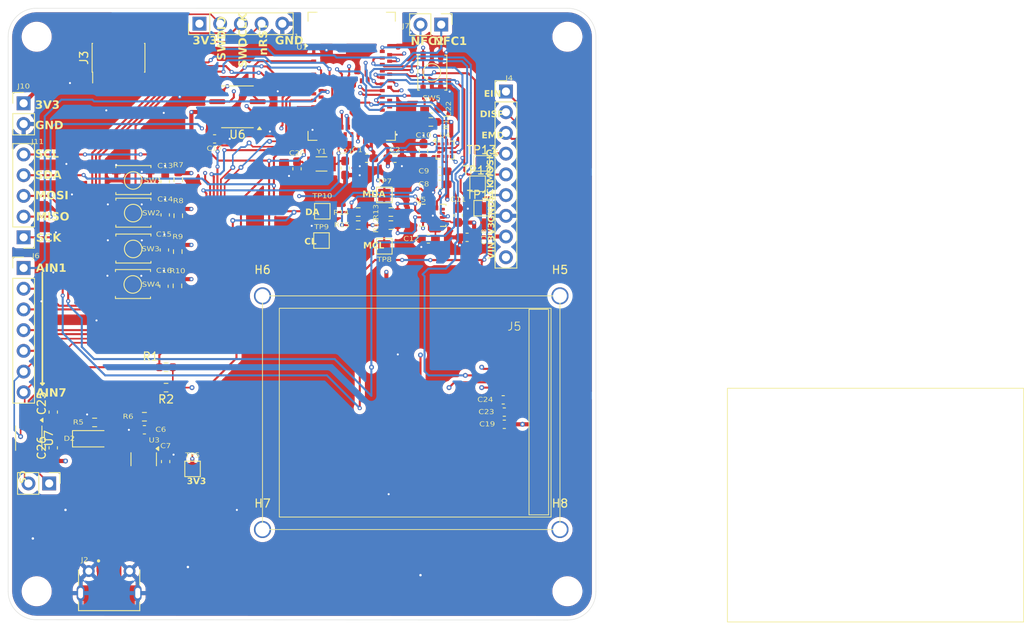
<source format=kicad_pcb>
(kicad_pcb (version 20240108) (generator "pcbnew") (generator_version "8.0")
  (layers (0 "F.Cu" signal) (1 "In1.Cu" signal) (2 "In2.Cu" signal) (31 "B.Cu" signal) (34 "B.Paste" user) (35 "F.Paste" user) (36 "B.SilkS" user "B.Silkscreen") (37 "F.SilkS" user "F.Silkscreen") (38 "B.Mask" user) (39 "F.Mask" user) (44 "Edge.Cuts" user))
  (net 0 "")
  (net 1 "GND")
  (net 2 "+3V3")
  (net 3 "VBUS")
  (net 4 "/Sensors/disp_disp")
  (net 5 "Net-(D2-K)")
  (net 6 "Net-(U4-C1)")
  (net 7 "/Sensors/btn1")
  (net 8 "/Sensors/btn2")
  (net 9 "/Sensors/btn3")
  (net 10 "/Sensors/btn4")
  (net 11 "/nRF52840/XL1")
  (net 12 "/nRF52840/XL2")
  (net 13 "/nRF52840/nRESET")
  (net 15 "/nRF52840/SWDIO")
  (net 16 "/nRF52840/SWDCLK")
  (net 17 "/nRF52840/P103")
  (net 18 "/nRF52840/P021_GPIO_QSPI{slash}miso")
  (net 21 "/Sensors/mosi")
  (net 23 "/Sensors/disp1_GPIO_CS")
  (net 24 "/Sensors/sck")
  (net 25 "/Sensors/TEST1")
  (net 26 "/Sensors/TEST2")
  (net 28 "/Sensors/TEST4")
  (net 29 "/Sensors/DISP2_CS")
  (net 30 "/Sensors/TEST3")
  (net 31 "/nRF52840/P003{slash}AIN1")
  (net 32 "/nRF52840/P028{slash}AIN4")
  (net 33 "/nRF52840/P004{slash}AIN2")
  (net 34 "/nRF52840/P029{slash}AIN5")
  (net 35 "/nRF52840/P005{slash}AIN3")
  (net 36 "/nRF52840/P010{slash}NFC2")
  (net 37 "/nRF52840/P009{slash}NFC1")
  (net 38 "/nRF52840/P008_GPIO")
  (net 39 "/nRF52840/P015_GPIO")
  (net 40 "/nRF52840/P006_GPIO")
  (net 41 "/nRF52840/P013_GPIO")
  (net 42 "/nRF52840/P014_GPIO")
  (net 43 "/nRF52840/P026_GPIO")
  (net 44 "Net-(U5-SCX)")
  (net 45 "/Sensors/mag_DA")
  (net 46 "Net-(U5-SDX)")
  (net 47 "/nRF52840/P012_GPIO")
  (net 48 "/nRF52840/P011_GPIO")
  (net 49 "/nRF52840/P027_GPIO")
  (net 50 "/Sensors/SDA")
  (net 51 "/Sensors/mag_CL")
  (net 52 "/Sensors/SCL")
  (net 53 "Net-(U3-EN)")
  (net 54 "/Sensors/imu_CS")
  (net 55 "/Sensors/mag_INT")
  (net 56 "/Sensors/mag_DRDY_GPIO")
  (net 57 "/Sensors/imu_INT2")
  (net 58 "/Sensors/flash_wp")
  (net 59 "/Sensors/imu_INT1")
  (net 60 "/Sensors/Flash_miso")
  (net 65 "/Sensors/flash_mosi")
  (net 66 "/Sensors/flash_sck")
  (net 67 "Net-(U7-REG)")
  (net 68 "Net-(J12-Pin_1)")
  (net 69 "Net-(J12-Pin_2)")
  (net 71 "/Sensors/VIB_INT")
  (net 72 "/Sensors/VIB_EN")
  (net 73 "/Sensors/extcomm_disp")
  (net 74 "/Sensors/etmod_disp")
  (net 75 "/nRF52840/USBD-")
  (net 76 "/nRF52840/USBD+")
  (net 77 "/nRF52840/Bat_monitor")
  (footprint "TestPoint:TestPoint_Pad_1.5x1.5mm" (layer "F.Cu") (at 78.565 108.21)
    (property "Reference" "TP5")
    (property "Value" "TestPoint")
  )
  (footprint "Package_LGA:LGA-12_2x2mm_P0.5mm" (layer "F.Cu") (at 109.5025 69.11)
    (property "Reference" "U4")
    (property "Value" "LIS3MDL")
  )
  (footprint "TestPoint:TestPoint_Pad_1.5x1.5mm" (layer "F.Cu") (at 94.365 80.21)
    (property "Reference" "TP9")
    (property "Value" "TestPoint")
  )
  (footprint "custom:Zebra_LS013B7DH01" (layer "F.Cu") (at 120.995 92.24 -90)
    (property "Reference" "J5")
    (property "Value" "Conn_02x07_Top_Bottom")
  )
  (footprint "MountingHole:MountingHole_2.1mm" (layer "F.Cu") (at 123.585 86.99)
    (property "Reference" "H5")
    (property "Value" "MountingHole")
  )
  (footprint "TestPoint:TestPoint_Pad_1.5x1.5mm" (layer "F.Cu") (at 113.995 70.74)
    (property "Reference" "TP13")
    (property "Value" "TestPoint")
  )
  (footprint "Resistor_SMD:R_0603_1608Metric" (layer "F.Cu") (at 76.815 72.76 90)
    (property "Reference" "R7")
    (property "Value" "10K")
  )
  (footprint "MountingHole:MountingHole_3.2mm_M3" (layer "F.Cu") (at 59.465 55.21)
    (property "Reference" "H2" (hide yes))
    (property "Value" "MountingHole")
  )
  (footprint "MountingHole:MountingHole_2.1mm" (layer "F.Cu") (at 87.135 115.64)
    (property "Reference" "H7")
    (property "Value" "MountingHole")
  )
  (footprint "Resistor_SMD:R_0603_1608Metric" (layer "F.Cu") (at 98.865 76.71)
    (property "Reference" "R14")
    (property "Value" "0")
  )
  (footprint "Resistor_SMD:R_0603_1608Metric" (layer "F.Cu") (at 98.865 78.31)
    (property "Reference" "R15")
    (property "Value" "0")
  )
  (footprint "greencharge-footprints:SKRPACE010" (layer "F.Cu") (at 107.865 59.61 -90)
    (property "Reference" "SW5")
    (property "Value" "SW_Push")
  )
  (footprint "greencharge-footprints:SKRPACE010" (layer "F.Cu") (at 71.265 85.61)
    (property "Reference" "SW4")
    (property "Value" "SW_Push")
  )
  (footprint "TestPoint:TestPoint_Pad_1.5x1.5mm" (layer "F.Cu") (at 113.495 73.24)
    (property "Reference" "TP12")
    (property "Value" "TestPoint")
  )
  (footprint "Resistor_SMD:R_0603_1608Metric" (layer "F.Cu") (at 76.815 77.16 90)
    (property "Reference" "R8")
    (property "Value" "10K")
  )
  (footprint "RF_Module:Raytac_MDBT50Q" (layer "F.Cu") (at 98.065 60.06)
    (property "Reference" "U1")
    (property "Value" "MDBT50Q-1MV2")
  )
  (footprint "Capacitor_SMD:C_0603_1608Metric_Pad1.08x0.95mm_HandSolder" (layer "F.Cu") (at 116.765 101.24 180)
    (property "Reference" "C23")
    (property "Value" "1uF")
  )
  (footprint "Connector_PinHeader_2.54mm:PinHeader_1x02_P2.54mm_Vertical" (layer "F.Cu") (at 57.865 63.37)
    (property "Reference" "J10")
    (property "Value" "Conn_01x02")
  )
  (footprint "Capacitor_SMD:C_0603_1608Metric_Pad1.08x0.95mm_HandSolder" (layer "F.Cu") (at 97.265 71.31 -90)
    (property "Reference" "C21")
    (property "Value" "12pF")
  )
  (footprint "Resistor_SMD:R_0603_1608Metric_Pad0.98x0.95mm_HandSolder" (layer "F.Cu") (at 72.665 101.81)
    (property "Reference" "R6")
    (property "Value" "100K")
  )
  (footprint "Capacitor_SMD:C_0603_1608Metric_Pad1.08x0.95mm_HandSolder" (layer "F.Cu") (at 99.9025 70.11 180)
    (property "Reference" "C1")
    (property "Value" "10uF")
  )
  (footprint "Capacitor_SMD:C_0603_1608Metric_Pad1.08x0.95mm_HandSolder" (layer "F.Cu") (at 116.765 102.74 180)
    (property "Reference" "C19")
    (property "Value" "1uF")
  )
  (footprint "Package_SO:VSSOP-10_3x3mm_P0.5mm" (layer "F.Cu") (at 58.495 104.44 -90)
    (property "Reference" "U7")
    (property "Value" "DRV2605LDGS")
  )
  (footprint "Capacitor_SMD:C_0603_1608Metric_Pad1.08x0.95mm_HandSolder" (layer "F.Cu") (at 75.115 81.36 90)
    (property "Reference" "C15")
    (property "Value" "100n")
  )
  (footprint "Package_TO_SOT_SMD:SOT-23-5" (layer "F.Cu") (at 72.5775 107.0225 -90)
    (property "Reference" "U3")
    (property "Value" "AP2112K-3.3")
  )
  (footprint "Connector_PinHeader_2.54mm:PinHeader_1x09_P2.54mm_Vertical" (layer "F.Cu") (at 116.965 61.93)
    (property "Reference" "J4")
    (property "Value" "Conn_01x09")
  )
  (footprint "greencharge-footprints:SKRPACE010" (layer "F.Cu") (at 71.315 76.86)
    (property "Reference" "SW2")
    (property "Value" "SW_Push")
  )
  (footprint "TestPoint:TestPoint_Pad_1.5x1.5mm" (layer "F.Cu") (at 113.995 76.24)
    (property "Reference" "TP11")
    (property "Value" "TestPoint")
  )
  (footprint "Connector_PinHeader_2.54mm:PinHeader_1x02_P2.54mm_Vertical" (layer "F.Cu") (at 109.035 53.72 -90)
    (property "Reference" "J7")
    (property "Value" "Conn_01x02")
  )
  (footprint "Capacitor_SMD:C_0603_1608Metric_Pad1.08x0.95mm_HandSolder" (layer "F.Cu") (at 61.495 101.24 90)
    (property "Reference" "C25")
    (property "Value" "1uF")
  )
  (footprint "Resistor_SMD:R_0603_1608Metric" (layer "F.Cu") (at 102.865 76.71 180)
    (property "Reference" "R13")
    (property "Value" "0")
  )
  (footprint "Crystal:Crystal_SMD_3215-2Pin_3.2x1.5mm" (layer "F.Cu") (at 94.365 70.81 180)
    (property "Reference" "Y1")
    (property "Value" "32.768KHz")
  )
  (footprint "TestPoint:TestPoint_Pad_1.5x1.5mm" (layer "F.Cu") (at 102.065 74.61)
    (property "Reference" "TP7")
    (property "Value" "TestPoint")
  )
  (footprint "Connector_PinHeader_2.54mm:PinHeader_1x05_P2.54mm_Vertical" (layer "F.Cu") (at 79.405 53.61 90)
    (property "Reference" "J1")
    (property "Value" "Conn_01x05")
  )
  (footprint "Capacitor_SMD:C_0603_1608Metric_Pad1.08x0.95mm_HandSolder" (layer "F.Cu") (at 108.9025 71.71 180)
    (property "Reference" "C9")
    (property "Value" "100nF")
  )
  (footprint "Resistor_SMD:R_0603_1608Metric" (layer "F.Cu") (at 76.7525 81.56 90)
    (property "Reference" "R9")
    (property "Value" "10K")
  )
  (footprint "Capacitor_SMD:C_0603_1608Metric_Pad1.08x0.95mm_HandSolder" (layer "F.Cu") (at 72.665 103.41 180)
    (property "Reference" "C6")
    (property "Value" "10uF")
  )
  (footprint "Capacitor_SMD:C_0603_1608Metric_Pad1.08x0.95mm_HandSolder" (layer "F.Cu") (at 75.215 77.06 90)
    (property "Reference" "C14")
    (property "Value" "100n")
  )
  (footprint "MountingHole:MountingHole_2.1mm" (layer "F.Cu") (at 87.135 86.99)
    (property "Reference" "H6")
    (property "Value" "MountingHole")
  )
  (footprint "Connector_PinHeader_1.27mm:PinHeader_2x05_P1.27mm_Vertical_SMD" (layer "F.Cu") (at 69.495 57.79 90)
    (property "Reference" "J3")
    (property "Value" "SWD Debug connector")
  )
  (footprint "TestPoint:TestPoint_Pad_1.5x1.5mm" (layer "F.Cu") (at 102.065 80.91 180)
    (property "Reference" "TP8")
    (property "Value" "TestPoint")
  )
  (footprint "Connector_PinHeader_2.54mm:PinHeader_1x05_P2.54mm_Vertical" (layer "F.Cu") (at 57.865 79.81 180)
    (property "Reference" "J11")
    (property "Value" "Conn_01x05")
  )
  (footprint "Resistor_SMD:R_0603_1608Metric" (layer "F.Cu") (at 76.715 85.76 90)
    (property "Reference" "R10")
    (property "Value" "10K")
  )
  (footprint "Resistor_SMD:R_0603_1608Metric" (layer "F.Cu") (at 75.32 98.24 180)
    (property "Reference" "R2")
    (property "Value" "4.7k")
  )
  (footprint "TestPoint:TestPoint_Pad_1.5x1.5mm" (layer "F.Cu") (at 94.465 76.61)
    (property "Reference" "TP10")
    (property "Value" "TestPoint")
  )
  (footprint "MountingHole:MountingHole_2.1mm" (layer "F.Cu") (at 123.585 115.64)
    (property "Reference" "H8")
    (property "Value" "MountingHole")
  )
  (footprint "Capacitor_SMD:C_0603_1608Metric_Pad1.08x0.95mm_HandSolder" (layer "F.Cu") (at 116.6325 99.74 180)
    (property "Reference" "C24")
    (property "Value" "100nF")
  )
  (footprint "Resistor_SMD:R_0603_1608Metric" (layer "F.Cu") (at 102.865 78.31 180)
    (property "Reference" "R12")
    (property "Value" "0")
  )
  (footprint "MountingHole:MountingHole_3.2mm_M3" (layer "F.Cu") (at 124.495 123.21)
    (property "Reference" "H3" (hide yes))
    (property "Value" "MountingHole")
  )
  (footprint "Connector_PinHeader_2.54mm:PinHeader_1x07_P2.54mm_Vertical" (layer "F.Cu") (at 57.865 83.57)
    (property "Reference" "J6")
    (property "Value" "Conn_01x07")
  )
  (footprint "MountingHole:MountingHole_3.2mm_M3" (layer "F.Cu") (at 59.465 123.21)
    (property "Reference" "H4" (hide yes))
    (property "Value" "MountingHole")
  )
  (footprint "Resistor_SMD:R_0603_1608Metric" (layer "F.Cu") (at 107.765 65.66)
    (property "Reference" "R11")
    (property "Value" "10K")
  )
  (footprint "greencharge-footprints:SKRPACE010" (layer "F.Cu") (at 71.315 72.86)
    (property "Reference" "SW1")
    (property "Value" "SW_Push")
  )
  (footprint "Package_SO:SOIC-8_3.9x4.9mm_P1.27mm" (layer "F.Cu") (at 84.065 63.805 180)
    (property "Reference" "U6")
    (property "Value" "SST26VF080A-104I/SN")
  )
  (footprint "Capacitor_SMD:C_0603_1608Metric_Pad1.08x0.95mm_HandSolder" (layer "F.Cu") (at 107.865 64.06)
    (property "Reference" "C22")
    (property "Value" "100n")
  )
  (footprint "Capacitor_SMD:C_0603_1608Metric_Pad1.08x0.95mm_HandSolder" (layer "F.Cu") (at 111.115 77.12 90)
    (property "Reference" "C11")
    (property "Value" "10uF")
  )
  (footprint "Capacitor_SMD:C_0603_1608Metric_Pad1.08x0.95mm_HandSolder" (layer "F.Cu") (at 75.215 72.96 90)
    (property "Reference" "C13")
    (property "Value" "100n")
  )
  (footprint "Capacitor_SMD:C_0603_1608Metric_Pad1.08x0.95mm_HandSolder" (layer "F.Cu") (at 75.265 107.31 90)
    (property "Reference" "C7")
    (property "Value" "10uF")
  )
  (footprint "1050170001:MOLEX_1050170001" (layer "F.Cu") (at 68.345 123.09)
    (property "Reference" "J2")
    (property "Value" "USB_B_Micro")
  )
  (footprint "Capacitor_SMD:C_0603_1608Metric_Pad1.08x0.95mm_HandSolder" (layer "F.Cu") (at 107.465 80.01 180)
    (property "Reference" "C12")
    (property "Value" "100nF")
  )
  (footprint "Package_LGA:LGA-14_3x2.5mm_P0.5mm_LayoutBorder3x4y" (layer "F.Cu") (at 108.005 77.11)
    (property "Reference" "U5")
    (property "Value" "LSM6DSOXTR")
  )
  (footprint "greencharge-footprints:SKRPACE010" (layer "F.Cu") (at 71.315 81.26)
    (property "Reference" "SW3")
    (property "Value" "SW_Push")
  )
  (footprint "Capacitor_SMD:C_0603_1608Metric_Pad1.08x0.95mm_HandSolder" (layer "F.Cu") (at 75.065 85.81 90)
    (property "Reference" "C16")
    (property "Value" "100n")
  )
  (footprint "Capacitor_SMD:C_0603_1608Metric_Pad1.08x0.95mm_HandSolder" (layer "F.Cu") (at 61.495 105.6275 90)
    (property "Reference" "C26")
    (property "Value" "1uF")
  )
  (footprint "Capacitor_SMD:C_0603_1608Metric_Pad1.08x0.95mm_HandSolder" (layer "F.Cu") (at 106.865 69.21 90)
    (property "Reference" "C10")
    (property "Value" "100nF")
  )
  (footprint "Capacitor_SMD:C_0603_1608Metric_Pad1.08x0.95mm_HandSolder" (layer "F.Cu") (at 81.265 67.74)
    (property "Reference" "C17")
    (property "Value" "100nF")
  )
  (footprint "Capacitor_SMD:C_0603_1608Metric_Pad1.08x0.95mm_HandSolder" (layer "F.Cu") (at 108.9025 73.31 180)
    (property "Reference" "C8")
    (property "Value" "10uF")
  )
  (footprint "Resistor_SMD:R_0603_1608Metric_Pad0.98x0.95mm_HandSolder" (layer "F.Cu") (at 66.565 102.51)
    (property "Reference" "R5")
    (property "Value" "100K")
  )
  (footprint "Capacitor_SMD:C_0603_1608Metric_Pad1.08x0.95mm_HandSolder" (layer "F.Cu") (at 91.365 71.41 -90)
    (property "Reference" "C20")
    (property "Value" "12pF")
  )
  (footprint "Capacitor_SMD:C_0603_1608Metric_Pad1.08x0.95mm_HandSolder" (layer "F.Cu") (at 112.2025 79.81 180)
    (property "Reference" "C18")
    (property "Value" "100nF")
  )
  (footprint "MountingHole:MountingHole_3.2mm_M3" (layer "F.Cu") (at 124.495 55.21)
    (property "Reference" "H1" (hide yes))
    (property "Value" "MountingHole")
  )
  (footprint "Connector_PinHeader_2.54mm:PinHeader_1x02_P2.54mm_Vertical" (layer "F.Cu") (at 60.995 109.99 -90)
    (property "Reference" "J12" (hide yes))
    (property "Value" "Conn_01x02")
  )
  (footprint "Capacitor_SMD:C_0603_1608Metric_Pad1.08x0.95mm_HandSolder" (layer "F.Cu") (at 103.365 70.11)
    (property "Reference" "C2")
    (property "Value" "10uF")
  )
  (footprint "Diode_SMD:D_SOD-123F" (layer "F.Cu") (at 66.065 104.51)
    (property "Reference" "D2")
    (property "Value" "MBR120")
  )
  (footprint "Resistor_SMD:R_0603_1608Metric" (layer "F.Cu") (at 75.32 95.74 180)
    (property "Reference" "R1")
    (property "Value" "4.7k")
  )
  (gr_line (start 60.165 84.11) (end 60.165 97.91) (stroke (width 0.2)) (layer "F.SilkS"))
  (gr_rect (start 89.195 88.51) (end 122.495 114.11) (stroke (width 0.1)) (fill none) (layer "F.SilkS"))
  (gr_line (start 59.965 97.71) (end 60.365 97.71) (stroke (width 0.2)) (layer "F.SilkS"))
  (gr_line (start 60.365 97.71) (end 60.165 97.91) (stroke (width 0.2)) (layer "F.SilkS"))
  (gr_rect (start 144.1 98.325) (end 180.4 126.975) (stroke (width 0.1)) (fill none) (layer "F.SilkS"))
  (gr_rect (start 87.135 86.99) (end 123.585 115.64) (stroke (width 0.1)) (fill none) (layer "F.SilkS"))
  (gr_line (start 60.165 97.91) (end 59.965 97.71) (stroke (width 0.2)) (layer "F.SilkS"))
  (gr_arc (start 59.465 126.71) (mid 56.990126 125.684874) (end 55.965 123.21) (stroke (width 0.05)) (layer "Edge.Cuts"))
  (gr_line (start 59.465 51.71) (end 124.495 51.714874) (stroke (width 0.05)) (layer "Edge.Cuts"))
  (gr_line (start 55.965 123.21) (end 55.965 55.21) (stroke (width 0.05)) (layer "Edge.Cuts"))
  (gr_arc (start 124.495 51.714874) (mid 126.969883 52.739999) (end 127.995 55.214874) (stroke (width 0.05)) (layer "Edge.Cuts"))
  (gr_line (start 127.995 55.24) (end 127.995 123.24) (stroke (width 0.05)) (layer "Edge.Cuts"))
  (gr_arc (start 55.965 55.21) (mid 56.990126 52.735126) (end 59.465 51.71) (stroke (width 0.05)) (layer "Edge.Cuts"))
  (gr_line (start 124.495 126.74) (end 59.465 126.71) (stroke (width 0.05)) (layer "Edge.Cuts"))
  (gr_arc (start 127.995 123.24) (mid 126.969874 125.714874) (end 124.495 126.74) (stroke (width 0.05)) (layer "Edge.Cuts"))
  (gr_text "MISO" (at 59.365 77.91 0) (layer "F.SilkS") (effects (font (size 1 1) (thickness 0.2) (bold yes)) (justify left bottom)))
  (gr_text "SWDCLK" (at 85.365 59.01 90) (layer "F.SilkS") (effects (font (size 1 1) (thickness 0.2) (bold yes)) (justify left bottom)))
  (gr_text "CS" (at 57.225 108.41 -90) (layer "F.SilkS") (effects (font (size 0.78 0.78) (thickness 0.195) (bold yes)) (justify left bottom)))
  (gr_text "CS" (at 114.465 70.01 0) (layer "F.SilkS") (effects (font (size 0.8 0.8) (thickness 0.2) (bold yes)) (justify left bottom)))
  (gr_text "nRST" (at 87.865 57.51 90) (layer "F.SilkS") (effects (font (size 1 1) (thickness 0.2) (bold yes)) (justify left bottom)))
  (gr_text "DISP" (at 113.765 65.21 0) (layer "F.SilkS") (effects (font (size 0.8 0.8) (thickness 0.2) (bold yes)) (justify left bottom)))
  (gr_text "MCL" (at 99.465 81.31 0) (layer "F.SilkS") (effects (font (size 0.78 0.78) (thickness 0.195) (bold yes)) (justify left bottom)))
  (gr_text "NFC2" (at 105.285 56.38 0) (layer "F.SilkS") (effects (font (size 1 1) (thickness 0.2) (bold yes)) (justify left bottom)))
  (gr_text "GND" (at 88.665 56.31 0) (layer "F.SilkS") (effects (font (size 1 1) (thickness 0.2) (bold yes)) (justify left bottom)))
  (gr_text "SWDIO" (at 82.765 58.11 90) (layer "F.SilkS") (effects (font (size 1 1) (thickness 0.2) (bold yes)) (justify left bottom)))
  (gr_text "CL" (at 92.265 80.81 0) (layer "F.SilkS") (effects (font (size 0.78 0.78) (thickness 0.195) (bold yes)) (justify left bottom)))
  (gr_text "EIN" (at 114.265 62.71 0) (layer "F.SilkS") (effects (font (size 0.8 0.8) (thickness 0.2) (bold yes)) (justify left bottom)))
  (gr_text "MOSI" (at 59.265 75.31 0) (layer "F.SilkS") (effects (font (size 1 1) (thickness 0.2) (bold yes)) (justify left bottom)))
  (gr_text "GND" (at 59.265 66.71 0) (layer "F.SilkS") (effects (font (size 1 1) (thickness 0.2) (bold yes)) (justify left bottom)))
  (gr_text "AIN7" (at 59.365 99.51 0) (layer "F.SilkS") (effects (font (size 1 1) (thickness 0.2) (bold yes)) (justify left bottom)))
  (gr_text "NFC1" (at 108.065 56.39 0) (layer "F.SilkS") (effects (font (size 1 1) (thickness 0.2) (bold yes)) (justify left bottom)))
  (gr_text "MOSI" (at 115.565 73.11 90) (layer "F.SilkS") (effects (font (size 0.8 0.8) (thickness 0.2) (bold yes)) (justify left bottom)))
  (gr_text "3V3" (at 78.565 56.31 0) (layer "F.SilkS") (effects (font (size 1 1) (thickness 0.2) (bold yes)) (justify left bottom)))
  (gr_text "AIN1" (at 59.365 84.21 0) (layer "F.SilkS") (effects (font (size 1 1) (thickness 0.2) (bold yes)) (justify left bottom)))
  (gr_text "SCK" (at 59.365 80.51 0) (layer "F.SilkS") (effects (font (size 1 1) (thickness 0.2) (bold yes)) (justify left bottom)))
  (gr_text "3V3" (at 77.865 110.21 0) (layer "F.SilkS") (effects (font (size 0.78 0.78) (thickness 0.195) (bold yes)) (justify left bottom)))
  (gr_text "3V3" (at 59.265 64.21 0) (layer "F.SilkS") (effects (font (size 1 1) (thickness 0.2) (bold yes)) (justify left bottom)))
  (gr_text "EMD" (at 113.965 67.81 0) (layer "F.SilkS") (effects (font (size 0.8 0.8) (thickness 0.2) (bold yes)) (justify left bottom)))
  (gr_text "GND" (at 115.665 78.01 90) (layer "F.SilkS") (effects (font (size 0.78 0.78) (thickness 0.195) (bold yes)) (justify left bottom)))
  (gr_text "SCL" (at 59.265 70.21 0) (layer "F.SilkS") (effects (font (size 1 1) (thickness 0.2) (bold yes)) (justify left bottom)))
  (gr_text "3V3" (at 115.665 80.31 90) (layer "F.SilkS") (effects (font (size 0.78 0.78) (thickness 0.195) (bold yes)) (justify left bottom)))
  (gr_text "VIN" (at 115.665 82.51 90) (layer "F.SilkS") (effects (font (size 0.78 0.78) (thickness 0.195) (bold yes)) (justify left bottom)))
  (gr_text "MDA" (at 99.365 75.01 0) (layer "F.SilkS") (effects (font (size 0.78 0.78) (thickness 0.195) (bold yes)) (justify left bottom)))
  (gr_text "DA" (at 92.365 77.21 0) (layer "F.SilkS") (effects (font (size 0.78 0.78) (thickness 0.195) (bold yes)) (justify left bottom)))
  (gr_text "SCK" (at 115.565 75.41 90) (layer "F.SilkS") (effects (font (size 0.8 0.8) (thickness 0.2) (bold yes)) (justify left bottom)))
  (gr_text "SDA" (at 59.265 72.81 0) (layer "F.SilkS") (effects (font (size 1 1) (thickness 0.2) (bold yes)) (justify left bottom)))
  (segment (start 72.5775 104.9425) (end 71.8025 104.1675) (width 0.5) (layer "F.Cu") (net 1))
  (segment (start 109.79 61.66) (end 110.065 61.935) (width 0.5) (layer "F.Cu") (net 1))
  (segment (start 109.415 68.86) (end 110.265 68.86) (width 0.2) (layer "F.Cu") (net 1))
  (segment (start 109.415 68.86) (end 109.415 69.17) (width 0.2) (layer "F.Cu") (net 1))
  (segment (start 108.965 61.66) (end 109.79 61.66) (width 0.5) (layer "F.Cu") (net 1))
  (segment (start 75.215 76.1975) (end 75.215 75.19) (width 0.5) (layer "F.Cu") (net 1))
  (segment (start 88.045 66.835) (end 88.045 66.09) (width 0.5) (layer "F.Cu") (net 1))
  (segment (start 109.255 68.86) (end 109.415 68.86) (width 0.2) (layer "F.Cu") (net 1))
  (segment (start 92.69 56.36) (end 92.525 56.36) (width 0.4) (layer "F.Cu") (net 1))
  (segment (start 99.04 70.11) (end 99.04 71.075) (width 0.5) (layer "F.Cu") (net 1))
  (segment (start 76.2225 106.4475) (end 76.235 106.46) (width 0.5) (layer "F.Cu") (net 1))
  (segment (start 111.34 79.81) (end 111.34 80.775) (width 0.5) (layer "F.Cu") (net 1))
  (segment (start 69.215 71.76) (end 69.215 70.94) (width 0.5) (layer "F.Cu") (net 1))
  (segment (start 108.04 71.71) (end 108.04 73.31) (width 0.5) (layer "F.Cu") (net 1))
  (segment (start 71.8025 104.1675) (end 71.8025 103.41) (width 0.5) (layer "F.Cu") (net 1))
  (segment (start 71.8025 103.41) (end 70.775 103.41) (width 0.5) (layer "F.Cu") (net 1))
  (segment (start 99.04 71.075) (end 99.055 71.09) (width 0.5) (layer "F.Cu") (net 1))
  (segment (start 68.195 80.16) (end 68.185 80.17) (width 0.5) (layer "F.Cu") (net 1))
  (segment (start 104.297844 56.31) (end 102.715 56.31) (width 0.4) (layer "F.Cu") (net 1))
  (segment (start 104.2275 71.0675) (end 104.215 71.08) (width 0.5) (layer "F.Cu") (net 1))
  (segment (start 106.6025 80.01) (end 106.6025 80.9825) (width 0.5) (layer "F.Cu") (net 1))
  (segment (start 109.225 69.36) (end 108.74 69.36) (width 0.2) (layer "F.Cu") (net 1))
  (segment (start 108.7275 64.06) (end 108.7275 63.1025) (width 0.5) (layer "F.Cu") (net 1))
  (segment (start 108.74 68.86) (end 109.255 68.86) (width 0.2) (layer "F.Cu") (net 1))
  (segment (start 104.2275 70.11) (end 104.2275 71.0675) (width 0.5) (layer "F.Cu") (net 1))
  (segment (start 75.115 80.4975) (end 75.115 79.46) (width 0.5) (layer "F.Cu") (net 1))
  (segment (start 73.365 71.76) (end 72.355 71.76) (width 0.5) (layer "F.Cu") (net 1))
  (segment (start 75.065 83.93) (end 75.045 83.91) (width 0.5) (layer "F.Cu") (net 1))
  (segment (start 69.215 80.16) (end 68.195 80.16) (width 0.5) (layer "F.Cu") (net 1))
  (segment (start 108.505 77.65) (end 108.005 77.15) (width 0.25) (layer "F.Cu") (net 1))
  (segment (start 72.355 71.76) (end 72.345 71.77) (width 0.5) (layer "F.Cu") (net 1))
  (segment (start 69.215 70.94) (end 69.205 70.93) (width 0.5) (layer "F.Cu") (net 1))
  (segment (start 70.775 103.41) (end 70.765 103.42) (width 0.5) (layer "F.Cu") (net 1))
  (segment (start 58.495 105.24) (end 58.495 106.64) (width 0.2) (layer "F.Cu") (net 1))
  (segment (start 108.04 74.285) (end 108.035 74.29) (width 0.5) (layer "F.Cu") (net 1))
  (segment (start 102.865 67.21) (end 103.565 67.21) (width 0.4) (layer "F.Cu") (net 1))
  (segment (start 106.6025 80.9825) (end 106.595 80.99) (width 0.5) (layer "F.Cu") (net 1))
  (segment (start 109.655 57.13) (end 109.275 57.51) (width 0.5) (layer "F.Cu") (net 1))
  (segment (start 90.3925 72.2725) (end 90.385 72.28) (width 0.5) (layer "F.Cu") (net 1))
  (segment (start 75.215 75.19) (end 75.185 75.16) (width 0.5) (layer "F.Cu") (net 1))
  (segment (start 94.405 57.41) (end 93.415 57.41) (width 0.4) (layer "F.Cu") (net 1))
  (segment (start 73.365 75.76) (end 72.345 75.76) (width 0.5) (layer "F.Cu") (net 1))
  (segment (start 72.365 80.16) (end 72.345 80.18) (width 0.5) (layer "F.Cu") (net 1))
  (segment (start 69.645 118.59) (end 69.645 120.74) (width 0.2) (layer "F.Cu") (net 1))
  (segment (start 87.665 61.9) (end 89.005 61.9) (width 0.5) (layer "F.Cu") (net 1))
  (segment (start 108.505 78.0225) (end 108.505 77.65) (width 0.25) (layer "F.Cu") (net 1))
  (segment (start 92.74 56.31) (end 92.69 56.36) (width 0.4) (layer "F.Cu") (net 1))
  (segment (start 109.275 57.51) (end 108.965 57.51) (width 0.5) (layer "F.Cu") (net 1))
  (segment (start 83.105 67.74) (end 83.115 67.73) (width 0.5) (layer "F.Cu") (net 1))
  (segment (start 72.5775 105.885) (end 72.5775 104.9425) (width 0.5) (layer "F.Cu") (net 1))
  (segment (start 65.6525 101.5375) (end 65.645 101.53) (width 0.5) (layer "F.Cu") (net 1))
  (segment (start 69.215 75.76) (end 68.195 75.76) (width 0.5) (layer "F.Cu") (net 1))
  (segment (start 106.865 67.31) (end 106.865 68.3475) (width 0.5) (layer "F.Cu") (net 1))
  (segment (start 69.995 118.24) (end 69.645 118.59) (width 0.2) (layer "F.Cu") (net 1))
  (segment (start 93.415 56.31) (end 92.74 56.31) (width 0.4) (layer "F.Cu") (net 1))
  (segment (start 109.2525 68.8575) (end 109.255 68.86) (width 0.2) (layer "F.Cu") (net 1))
  (segment (start 69.165 84.51) (end 68.145 84.51) (width 0.5) (layer "F.Cu") (net 1))
  (segment (start 68.195 75.76) (end 68.185 75.77) (width 0.5) (layer "F.Cu") (net 1))
  (segment (start 105.285 55.322844) (end 104.297844 56.31) (width 0.4) (layer "F.Cu") (net 1))
  (segment (start 108.04 73.31) (end 108.04 74.285) (width 0.5) (layer "F.Cu") (net 1))
  (segment (start 111.34 80.775) (end 111.325 80.79) (width 0.5) (layer "F.Cu") (net 1))
  (segment (start 91.365 72.2725) (end 90.3925 72.2725) (width 0.5) (layer "F.Cu") (net 1))
  (segment (start 68.145 84.51) (end 68.135 84.52) (width 0.5) (layer "F.Cu") (net 1))
  (segment (start 108.7275 63.1025) (end 108.715 63.09) (width 0.5) (layer "F.Cu") (net 1))
  (segment (start 110.265 68.86) (end 110.7275 68.86) (width 0.2) (layer "F.Cu") (net 1))
  (segment (start 108.005 78.0225) (end 108.005 77.15) (width 0.25) (layer "F.Cu") (net 1))
  (segment (start 65.6525 102.51) (end 65.6525 101.5375) (width 0.5) (layer "F.Cu") (net 1))
  (segment (start 73.365 80.16) (end 72.365 80.16) (width 0.5) (layer "F.Cu") (net 1))
  (segment (start 112.2625 76.2575) (end 111.115 76.2575) (width 0.5) (layer "F.Cu") (net 1))
  (segment (start 120.995 106.14) (end 123.395 106.14) (width 0.2) (layer "F.Cu") (net 1))
  (segment (start 72.345 75.76) (end 72.335 75.77) (width 0.5) (layer "F.Cu") (net 1))
  (segment (start 82.1275 67.74) (end 83.105 67.74) (width 0.5) (layer "F.Cu") (net 1))
  (segment (start 94.975 56.84) (end 94.405 57.41) (width 0.4) (layer "F.Cu") (net 1))
  (segment (start 88.045 66.09) (end 87.665 65.71) (width 0.5) (layer "F.Cu") (net 1))
  (segment (start 75.265 106.4475) (end 76.2225 106.4475) (width 0.5) (layer "F.Cu") (net 1))
  (segment (start 122.795 107.94) (end 122.995 107.74) (width 0.2) (layer "F.Cu") (net 1))
  (segment (start 93.265 66.63) (end 93.265 67.21) (width 0.4) (layer "F.Cu") (net 1))
  (segment (start 105.285 54.68) (end 105.285 55.322844) (width 0.4) (layer "F.Cu") (net 1))
  (segment (start 109.2525 68.3475) (end 109.2525 68.8575) (width 0.2) (layer "F.Cu") (net 1))
  (segment (start 112.295 76.29) (end 112.2625 76.2575) (width 0.5) (layer "F.Cu") (net 1))
  (segment (start 109.415 69.17) (end 109.225 69.36) (width 0.2) (layer "F.Cu") (net 1))
  (segment (start 99.045 72.2) (end 99.0175 72.1725) (width 0.5) (layer "F.Cu") (net 1))
  (segment (start 99.0175 72.1725) (end 97.265 72.1725) (width 0.5) (layer "F.Cu") (net 1))
  (segment (start 110.7275 68.86) (end 111.005 68.5825) (width 0.2) (layer "F.Cu") (net 1))
  (segment (start 72.305 84.51) (end 72.285 84.53) (width 0.5) (layer "F.Cu") (net 1))
  (segment (start 75.215 72.0975) (end 75.215 71.08) (width 0.5) (layer "F.Cu") (net 1))
  (segment (start 73.315 84.51) (end 72.305 84.51) (width 0.5) (layer "F.Cu") (net 1))
  (segment (start 75.065 84.9475) (end 75.065 83.93) (width 0.5) (layer "F.Cu") (net 1))
  (segment (start 111.005 68.5825) (end 111.005 68.23) (width 0.2) (layer "F.Cu") (net 1))
  (segment (start 120.995 107.94) (end 122.795 107.94) (width 0.2) (layer "F.Cu") (net 1))
  (segment (start 75.215 71.08) (end 75.185 71.05) (width 0.5) (layer "F.Cu") (net 1))
  (via (at 75.035 64.55) (size 0.5) (drill 0.25) (layers "F.Cu" "B.Cu") (net 1))
  (via (at 70.765 103.42) (size 0.5) (drill 0.25) (layers "F.Cu" "B.Cu") (net 1))
  (via (at 83.115 67.73) (size 0.5) (drill 0.25) (layers "F.Cu" "B.Cu") (net 1))
  (via (at 93.165 78.4) (size 0.5) (drill 0.25) (layers "F.Cu" "B.Cu") (net 1))
  (via (at 112.295 76.29) (size 0.5) (drill 0.25) (layers "F.Cu" "B.Cu") (net 1))
  (via (at 88.045 66.835) (size 0.5) (drill 0.25) (layers "F.Cu" "B.Cu") (net 1))
  (via (at 106.595 80.99) (size 0.5) (drill 0.25) (layers "F.Cu" "B.Cu") (net 1))
  (via (at 68.135 84.52) (size 0.5) (drill 0.25) (layers "F.Cu" "B.Cu") (net 1))
  (via (at 104.215 71.08) (size 0.5) (drill 0.25) (layers "F.Cu" "B.Cu") (net 1))
  (via (at 61.505 84.11) (size 0.5) (drill 0.25) (layers "F.Cu" "B.Cu") (net 1))
  (via (at 108.715 63.09) (size 0.5) (drill 0.25) (layers "F.Cu" "B.Cu") (net 1))
  (via (at 72.285 84.53) (size 0.5) (drill 0.25) (layers "F.Cu" "B.Cu") (net 1))
  (via (at 68.185 75.77) (size 0.5) (drill 0.25) (layers "F.Cu" "B.Cu") (net 1))
  (via (at 106.495 121.24) (size 0.6) (drill 0.3) (layers "F.Cu" "B.Cu") (net 1))
  (via (at 94.975 56.84) (size 0.5) (drill 0.25) (layers "F.Cu" "B.Cu") (net 1))
  (via (at 106.865 67.31) (size 0.5) (drill 0.25) (layers "F.Cu" "B.Cu") (net 1))
  (via (at 68.185 80.17) (size 0.5) (drill 0.25) (layers "F.Cu" "B.Cu") (net 1))
  (via (at 110.065 61.935) (size 0.5) (drill 0.25) (layers "F.Cu" "B.Cu") (net 1))
  (via (at 102.595 111.31) (size 0.5) (drill 0.25) (layers "F.Cu" "B.Cu") (net 1))
  (via (at 83.995 113.24) (size 0.5) (drill 0.25) (layers "F.Cu" "B.Cu") (net 1))
  (via (at 63.545 60.89) (size 0.5) (drill 0.25) (layers "F.Cu" "B.Cu") (net 1))
  (via (at 92.525 56.36) (size 0.5) (drill 0.25) (layers "F.Cu" "B.Cu") (net 1))
  (via (at 111.325 80.79) (size 0.5) (drill 0.25) (layers "F.Cu" "B.Cu") (net 1))
  (via (at 75.115 79.46) (size 0.5) (drill 0.25) (layers "F.Cu" "B.Cu") (net 1))
  (via (at 62.995 113.24) (size 0.6) (drill 0.3) (layers "F.Cu" "B.Cu") (net 1))
  (via (at 103.715 94.17) (size 0.5) (drill 0.25) (layers "F.Cu" "B.Cu") (net 1))
  (via (at 66.795 90) (size 0.5) (drill 0.25) (layers "F.Cu" "B.Cu") (net 1))
  (via (at 67.995 64.24) (size 0.5) (drill 0.25) (layers "F.Cu" "B.Cu") (net 1))
  (via (at 69.205 70.93) (size 0.5) (drill 0.25) (layers "F.Cu" "B.Cu") (net 1))
  (via (at 93.265 66.63) (size 0.5) (drill 0.25) (layers "F.Cu" "B.Cu") (net 1))
  (via (at 90.385 72.28) (size 0.5) (drill 0.25) (layers "F.Cu" "B.Cu") (net 1))
  (via (at 108.005 77.15) (size 0.5) (drill 0.25) (layers "F.Cu" "B.Cu") (net 1))
  (via (at 63.785 74.55) (size 0.5) (drill 0.25) (layers "F.Cu" "B.Cu") (net 1))
  (via (at 72.335 75.77) (size 0.5) (drill 0.25) (layers "F.Cu" "B.Cu") (net 1))
  (via (at 65.645 101.53) (size 0.5) (drill 0.25) (layers "F.Cu" "B.Cu") (net 1))
  (via (at 75.185 71.05) (size 0.5) (drill 0.25) (layers "F.Cu" "B.Cu") (net 1))
  (via (at 75.185 75.16) (size 0.5) (drill 0.25) (layers "F.Cu" "B.Cu") (net 1))
  (via (at 105.285 54.68) (size 0.5) (drill 0.25) (layers "F.Cu" "B.Cu") (net 1))
  (via (at 76.995 62.565) (size 0.5) (drill 0.25) (layers "F.Cu" "B.Cu") (net 1))
  (via (at 75.045 83.91) (size 0.5) (drill 0.25) (layers "F.Cu" "B.Cu") (net 1))
  (via (at 58.995 116.74) (size 0.6) (drill 0.3) (layers "F.Cu" "B.Cu") (net 1))
  (via (at 103.565 67.21) (size 0.5) (drill 0.25) (layers "F.Cu" "B.Cu") (net 1))
  (via (at 72.345 80.18) (size 0.5) (drill 0.25) (layers "F.Cu" "B.Cu") (net 1))
  (via (at 72.345 71.77) (size 0.5) (drill 0.25) (layers "F.Cu" "B.Cu") (net 1))
  (via (at 111.005 68.23) (size 0.5) (drill 0.25) (layers "F.Cu" "B.Cu") (net 1))
  (via (at 108.035 74.29) (size 0.5) (drill 0.25) (layers "F.Cu" "B.Cu") (net 1))
  (via (at 109.655 57.13) (size 0.5) (drill 0.25) (layers "F.Cu" "B.Cu") (net 1))
  (via (at 99.055 71.09) (size 0.5) (drill 0.25) (layers "F.Cu" "B.Cu") (net 1))
  (via (at 77.995 120.24) (size 0.6) (drill 0.3) (layers "F.Cu" "B.Cu") (net 1))
  (via (at 89.005 61.9) (size 0.5) (drill 0.25) (layers "F.Cu" "B.Cu") (net 1))
  (via (at 60.045 87.66) (size 0.5) (drill 0.25) (layers "F.Cu" "B.Cu") (net 1))
  (via (at 99.045 72.2) (size 0.5) (drill 0.25) (layers "F.Cu" "B.Cu") (net 1))
  (via (at 76.235 106.46) (size 0.5) (drill 0.25) (layers "F.Cu" "B.Cu") (net 1))
  (via (at 63.105 70.81) (size 0.5) (drill 0.25) (layers "F.Cu" "B.Cu") (net 1))
  (via (at 61.815 79.2) (size 0.5) (drill 0.25) (layers "F.Cu" "B.Cu") (net 1))
  (segment (start 109.7525 71.6975) (end 109.765 71.71) (width 0.2) (layer "F.Cu") (net 2))
  (segment (start 78.425 80.74) (end 76.7575 80.74) (width 0.5) (layer "F.Cu") (net 2))
  (segment (start 78.535 106.505) (end 78.535 106.96) (width 0.2) (layer "F.Cu") (net 2))
  (segment (start 78.535 108.18) (end 78.565 108.21) (width 0.5) (layer "F.Cu") (net 2))
  (segment (start 109.7525 69.8725) (end 109.7525 70.58) (width 0.2) (layer "F.Cu") (net 2))
  (segment (start 79.185 67.74) (end 80.4025 67.74) (width 0.5) (layer "F.Cu") (net 2))
  (segment (start 76.145 98.24) (end 78.495 98.24) (width 0.2) (layer "F.Cu") (net 2))
  (segment (start 120.795 102.74) (end 120.995 102.54) (width 0.5) (layer "F.Cu") (net 2))
  (segment (start 78.425 84.94) (end 76.72 84.94) (width 0.5) (layer "F.Cu") (net 2))
  (segment (start 118.995 102.74) (end 120.795 102.74) (width 0.5) (layer "F.Cu") (net 2))
  (segment (start 108.835 79.11) (end 109.1675 78.7775) (width 0.2) (layer "F.Cu") (net 2))
  (segment (start 62.245 107.24) (end 61.495 106.49) (width 0.5) (layer "F.Cu") (net 2))
  (segment (start 110.265 65.66) (end 110.265 67.38) (width 0.5) (layer "F.Cu") (net 2))
  (segment (start 118.495 101.24) (end 118.995 100.74) (width 0.5) (layer "F.Cu") (net 2))
  (segment (start 117.6275 102.74) (end 117.6275 101.24) (width 0.5) (layer "F.Cu") (net 2))
  (segment (start 113.065 78.0025) (end 113.065 79.81) (width 0.5) (layer "F.Cu") (net 2))
  (segment (start 59.495 106.64) (end 59.645 106.49) (width 0.2) (layer "F.Cu") (net 2))
  (segment (start 78.415 76.33) (end 76.82 76.33) (width 0.5) (layer "F.Cu") (net 2))
  (segment (start 108.59 65.66) (end 110.265 65.66) (width 0.5) (layer "F.Cu") (net 2))
  (segment (start 59.645 106.49) (end 61.495 106.49) (width 0.2) (layer "F.Cu") (net 2))
  (segment (start 80.465 65.71) (end 80.465 66.58) (width 0.5) (layer "F.Cu") (net 2))
  (segment (start 76.145 98.24) (end 76.145 95.74) (width 0.2) (layer "F.Cu") (net 2))
  (segment (start 78.425 64.45) (end 78.425 65.92) (width 0.5) (layer "F.Cu") (net 2))
  (segment (start 66.505 60.19) (end 66.955 59.74) (width 0.5) (layer "F.Cu") (net 2))
  (segment (start 100.465 67.21) (end 100.465 69.07) (width 0.4) (layer "F.Cu") (net 2))
  (segment (start 78.425 66.98) (end 79.185 67.74) (width 0.5) (layer "F.Cu") (net 2))
  (segment (start 73.5275 108.16) (end 75.2525 108.16) (width 0.5) (layer "F.Cu") (net 2))
  (segment (start 107.505 78.89) (end 107.505 78.0225) (width 0.2) (layer "F.Cu") (net 2))
  (segment (start 78.535 106.96) (end 78.535 108.18) (width 0.5) (layer "F.Cu") (net 2))
  (segment (start 108.3275 80.01) (end 108.3275 79.1075) (width 0.2) (layer "F.Cu") (net 2))
  (segment (start 78.5275 108.1725) (end 78.565 108.21) (width 0.5) (layer "F.Cu") (net 2))
  (segment (start 61.045 60.19) (end 66.505 60.19) (width 0.5) (layer "F.Cu") (net 2))
  (segment (start 107.7225 79.1075) (end 107.505 78.89) (width 0.2) (layer "F.Cu") (net 2))
  (segment (start 78.425 65.92) (end 78.425 66.98) (width 0.5) (layer "F.Cu") (net 2))
  (segment (start 99.665 67.21) (end 99.665 68.27) (width 0.4) (layer "F.Cu") (net 2))
  (segment (start 110.2675 77.9825) (end 111.115 77.9825) (width 0.2) (layer "F.Cu") (net 2))
  (segment (start 113.065 79.81) (end 115.375 79.81) (width 0.5) (layer "F.Cu") (net 2))
  (segment (start 108.33 79.11) (end 108.835 79.11) (width 0.2) (layer "F.Cu") (net 2))
  (segment (start 57.865 63.37) (end 61.045 60.19) (width 0.5) (layer "F.Cu") (net 2))
  (segment (start 99.665 68.27) (end 100.465 69.07) (width 0.4) (layer "F.Cu") (net 2))
  (segment (start 109.1675 77.86) (end 110.145 77.86) (width 0.2) (layer "F.Cu") (net 2))
  (segment (start 110.145 77.86) (end 110.2675 77.9825) (width 0.2) (layer "F.Cu") (net 2))
  (segment (start 80.4025 66.6425) (end 80.4025 67.74) (width 0.5) (layer "F.Cu") (net 2))
  (segment (start 110.265 68.36) (end 110.265 67.38) (width 0.2) (layer "F.Cu") (net 2))
  (segment (start 117.6275 102.74) (end 118.995 102.74) (width 0.5) (layer "F.Cu") (net 2))
  (segment (start 78.415 71.93) (end 76.82 71.93) (width 0.5) (layer "F.Cu") (net 2))
  (segment (start 109.1675 78.7775) (end 109.1675 77.86) (width 0.2) (layer "F.Cu") (net 2))
  (segment (start 109.765 73.31) (end 109.765 75.15) (width 0.5) (layer "F.Cu") (net 2))
  (segment (start 115.475 79.71) (end 116.965 79.71) (width 0.5) (layer "F.Cu") (net 2))
  (segment (start 118.995 100.74) (end 120.495 100.74) (width 0.5) (layer "F.Cu") (net 2))
  (segment (start 76.72 84.94) (end 76.715 84.935) (width 0.5) (layer "F.Cu") (net 2))
  (segment (start 108.3275 79.1075) (end 108.33 79.11) (width 0.2) (layer "F.Cu") (net 2))
  (segment (start 109.765 75.15) (end 109.795 75.18) (width 0.5) (layer "F.Cu") (net 2))
  (segment (start 109.765 71.71) (end 109.765 73.31) (width 0.5) (layer "F.Cu") (net 2))
  (segment (start 109.2525 70.4375) (end 109.395 70.58) (width 0.2) (layer "F.Cu") (net 2))
  (segment (start 109.395 70.58) (end 109.7525 70.58) (width 0.2) (layer "F.Cu") (net 2))
  (segment (start 78.435 64.44) (end 78.425 64.45) (width 0.5) (layer "F.Cu") (net 2))
  (segment (start 62.995 107.24) (end 62.245 107.24) (width 0.5) (layer "F.Cu") (net 2))
  (segment (start 115.375 79.81) (end 115.475 79.71) (width 0.5) (layer "F.Cu") (net 2))
  (segment (start 76.7575 80.74) (end 76.7525 80.735) (width 0.5) (layer "F.Cu") (net 2))
  (segment (start 109.2525 69.8725) (end 109.2525 70.4375) (width 0.2) (layer "F.Cu") (net 2))
  (segment (start 100.465 69.07) (end 100.765 69.37) (width 0.4) (layer "F.Cu") (net 2))
  (segment (start 80.465 66.58) (end 80.4025 66.6425) (width 0.5) (layer "F.Cu") (net 2))
  (segment (start 76.82 71.93) (end 76.815 71.935) (width 0.5) (layer "F.Cu") (net 2))
  (segment (start 76.82 76.33) (end 76.815 76.335) (width 0.5) (layer "F.Cu") (net 2))
  (segment (start 80.465 64.44) (end 78.435 64.44) (width 0.5) (layer "F.Cu") (net 2))
  (segment (start 113.065 78.0025) (end 111.135 78.0025) (width 0.5) (layer "F.Cu") (net 2))
  (segment (start 117.885 102.74) (end 117.6275 102.74) (width 0.5) (layer "F.Cu") (net 2))
  (segment (start 108.3275 79.1075) (end 107.7225 79.1075) (width 0.2) (layer "F.Cu") (net 2))
  (segment (start 111.0925 77.96) (end 111.115 77.9825) (width 0.2) (layer "F.Cu") (net 2))
  (segment (start 75.265 108.1725) (end 78.5275 108.1725) (width 0.5) (layer "F.Cu") (net 2))
  (segment (start 117.6275 101.24) (end 118.495 101.24) (width 0.5) (layer "F.Cu") (net 2))
  (segment (start 111.135 78.0025) (end 111.115 77.9825) (width 0.5) (layer "F.Cu") (net 2))
  (segment (start 109.7525 70.58) (end 109.7525 71.6975) (width 0.2) (layer "F.Cu") (net 2))
  (segment (start 100.765 69.37) (end 100.765 70.11) (width 0.4) (layer "F.Cu") (net 2))
  (segment (start 75.2525 108.16) (end 75.265 108.1725) (width 0.5) (layer "F.Cu") (net 2))
  (via (at 78.425 80.74) (size 0.5) (drill 0.25) (layers "F.Cu" "B.Cu") (net 2))
  (via (at 78.495 98.24) (size 0.6) (drill 0.3) (layers "F.Cu" "B.Cu") (net 2))
  (via (at 113.065 78.0025) (size 0.5) (drill 0.25) (layers "F.Cu" "B.Cu") (net 2))
  (via (at 109.795 75.18) (size 0.5) (drill 0.25) (layers "F.Cu" "B.Cu") (net 2))
  (via (at 78.425 64.45) (size 0.5) (drill 0.25) (layers "F.Cu" "B.Cu") (net 2))
  (via (at 78.415 71.93) (size 0.5) (drill 0.25) (layers "F.Cu" "B.Cu") (net 2))
  (via (at 78.425 84.94) (size 0.5) (drill 0.25) (layers "F.Cu" "B.Cu") (net 2))
  (via (at 62.995 107.24) (size 0.6) (drill 0.3) (layers "F.Cu" "B.Cu") (net 2))
  (via (at 118.995 102.74) (size 0.6) (drill 0.3) (layers "F.Cu" "B.Cu") (net 2))
  (via (at 78.535 106.96) (size 0.5) (drill 0.25) (layers "F.Cu" "B.Cu") (net 2))
  (via (at 100.37 68.975) (size 0.5) (drill 0.25) (layers "F.Cu" "B.Cu") (net 2))
  (via (at 78.415 76.33) (size 0.5) (drill 0.25) (layers "F.Cu" "B.Cu") (net 2))
  (via (at 110.265 65.66) (size 0.5) (drill 0.25) (layers "F.Cu" "B.Cu") (net 2))
  (segment (start 78.415 80.73) (end 78.425 80.74) (width 0.5) (layer "B.Cu") (net 2))
  (segment (start 102.5025 68.7975) (end 102.5025 70.11) (width 0.4) (layer "F.Cu") (net 3))
  (segment (start 66.995 112.63) (end 66.995 116.24) (width 0.5) (layer "F.Cu") (net 3))
  (segment (start 100.875 110.99) (end 82.565 110.99) (width 0.5) (layer "F.Cu") (net 3))
  (segment (start 68.635 110.99) (end 66.995 112.63) (width 0.5) (layer "F.Cu") (net 3))
  (segment (start 67.465 104.51) (end 67.465 102.5225) (width 0.5) (layer "F.Cu") (net 3))
  (segment (start 67.465 102.5225) (end 67.4775 102.51) (width 0.5) (layer "F.Cu") (net 3))
  (segment (start 67.045 116.29) (end 67.045 120.74) (width 0.5) (layer "F.Cu") (net 3))
  (segment (start 67.465 105.54) (end 67.465 104.51) (width 0.5) (layer "F.Cu") (net 3))
  (segment (start 67.1275 109.4825) (end 68.635 110.99) (width 0.5) (layer "F.Cu") (net 3))
  (segment (start 67.1275 106.885) (end 67.1275 109.4825) (width 0.5) (layer "F.Cu") (net 3))
  (segment (start 102.505 70.1125) (end 102.5025 70.11) (width 0.5) (layer "F.Cu") (net 3))
  (segment (start 67.1275 106.885) (end 67.1275 105.8775) (width 0.5) (layer "F.Cu") (net 3))
  (segment (start 102.315 109.55) (end 102.315 84.05) (width 0.5) (layer "F.Cu") (net 3))
  (segment (start 68.635 110.99) (end 82.565 110.99) (width 0.5) (layer "F.Cu") (net 3))
  (segment (start 100.875 110.99) (end 102.315 109.55) (width 0.5) (layer "F.Cu") (net 3))
  (segment (start 102.505 71.09) (end 102.505 70.1125) (width 0.5) (layer "F.Cu") (net 3))
  (segment (start 102.065 68.36) (end 102.5025 68.7975) (width 0.4) (layer "F.Cu") (net 3))
  (segment (start 102.065 67.21) (end 102.065 68.36) (width 0.4) (layer "F.Cu") (net 3))
  (segment (start 67.1275 105.8775) (end 67.465 105.54) (width 0.5) (layer "F.Cu") (net 3))
  (segment (start 66.995 116.24) (end 67.045 116.29) (width 0.5) (layer "F.Cu") (net 3))
  (via (at 102.505 71.09) (size 0.5) (drill 0.25) (layers "F.Cu" "B.Cu") (net 3))
  (via (at 102.315 84.05) (size 0.5) (drill 0.25) (layers "F.Cu" "B.Cu") (net 3))
  (segment (start 97.443413 64.921587) (end 97.665 65.143174) (width 0.25) (layer "F.Cu") (net 4))
  (segment (start 119.09604 66.60104) (end 116.965 64.47) (width 0.2) (layer "F.Cu") (net 4))
  (segment (start 123.42 92.06396) (end 119.09604 87.74) (width 0.2) (layer "F.Cu") (net 4))
  (segment (start 113.995 98.24) (end 115.995 98.24) (width 0.25) (layer "F.Cu") (net 4))
  (segment (start 123.42 97.815) (end 123.42 92.06396) (width 0.2) (layer "F.Cu") (net 4))
  (segment (start 118.195 99.54) (end 120.495 99.54) (width 0.25) (layer "F.Cu") (net 4))
  (segment (start 97.665 65.143174) (end 97.665 66.31) (width 0.25) (layer "F.Cu") (net 4))
  (segment (start 119.09604 87.74) (end 119.09604 66.60104) (width 0.2) (layer "F.Cu") (net 4))
  (segment (start 121.695 99.54) (end 123.42 97.815) (width 0.2) (layer "F.Cu") (net 4))
  (segment (start 117.995 99.74) (end 118.195 99.54) (width 0.25) (layer "F.Cu") (net 4))
  (segment (start 115.995 98.24) (end 117.495 99.74) (width 0.25) (layer "F.Cu") (net 4))
  (segment (start 120.995 99.54) (end 121.695 99.54) (width 0.2) (layer "F.Cu") (net 4))
  (segment (start 117.495 99.74) (end 117.995 99.74) (width 0.25) (layer "F.Cu") (net 4))
  (via (at 113.995 98.24) (size 0.6) (drill 0.3) (layers "F.Cu" "B.Cu") (net 4))
  (via (at 91.635 74.755) (size 0.5) (drill 0.25) (layers "F.Cu" "B.Cu") (net 4))
  (via (at 97.443413 64.921587) (size 0.5) (drill 0.25) (layers "F.Cu" "B.Cu") (net 4))
  (segment (start 98.175 67.37) (end 98.175 68.88) (width 0.25) (layer "B.Cu") (net 4))
  (segment (start 96.921802 73.803198) (end 95.97 74.755) (width 0.25) (layer "B.Cu") (net 4))
  (segment (start 97.485 73.243604) (end 96.925406 73.803198) (width 0.25) (layer "B.Cu") (net 4))
  (segment (start 97.443413 66.638413) (end 98.175 67.37) (width 0.25) (layer "B.Cu") (net 4))
  (segment (start 97.443413 64.921587) (end 97.443413 66.638413) (width 0.25) (layer "B.Cu") (net 4))
  (segment (start 97.485 69.57) (end 97.485 73.243604) (width 0.25) (layer "B.Cu") (net 4))
  (segment (start 98.175 68.88) (end 97.485 69.57) (width 0.25) (layer "B.Cu") (net 4))
  (segment (start 95.97 74.755) (end 91.635 74.755) (width 0.25) (layer "B.Cu") (net 4))
  (segment (start 96.925406 73.803198) (end 96.921802 73.803198) (width 0.25) (layer "B.Cu") (net 4))
  (segment (start 73.5275 101.86) (end 73.5775 101.81) (width 0.5) (layer "F.Cu") (net 5))
  (segment (start 64.395 100.31) (end 64.395 103.01) (width 0.5) (layer "F.Cu") (net 5))
  (segment (start 73.5775 101.81) (end 73.5775 100.4225) (width 0.5) (layer "F.Cu") (net 5))
  (segment (start 73.015 99.86) (end 64.845 99.86) (width 0.5) (layer "F.Cu") (net 5))
  (segment (start 64.845 99.86) (end 64.395 100.31) (width 0.5) (layer "F.Cu") (net 5))
  (segment (start 73.5275 103.41) (end 73.5275 101.86) (width 0.5) (layer "F.Cu") (net 5))
  (segment (start 73.5275 105.885) (end 73.5275 103.41) (width 0.5) (layer "F.Cu") (net 5))
  (segment (start 64.395 103.01) (end 64.665 103.28) (width 0.5) (layer "F.Cu") (net 5))
  (segment (start 73.5775 100.4225) (end 73.015 99.86) (width 0.5) (layer "F.Cu") (net 5))
  (segment (start 64.665 103.28) (end 64.665 104.51) (width 0.5) (layer "F.Cu") (net 5))
  (segment (start 108.74 69.86) (end 108.035 69.86) (width 0.25) (layer "F.Cu") (net 6))
  (segment (start 108.035 69.86) (end 107.8225 70.0725) (width 0.25) (layer "F.Cu") (net 6))
  (segment (start 107.8225 70.0725) (end 106.865 70.0725) (width 0.25) (layer "F.Cu") (net 6))
  (segment (start 71.575 73.91) (end 73.365 73.91) (width 0.25) (layer "F.Cu") (net 7))
  (segment (start 73.365 73.91) (end 74.215 73.91) (width 0.25) (layer "F.Cu") (net 7))
  (segment (start 87.015 58.835) (end 87.03 58.85) (width 0.25) (layer "F.Cu") (net 7))
  (segment (start 87.03 58.85) (end 87.675 58.85) (width 0.25) (layer "F.Cu") (net 7))
  (segment (start 71.575 66.16) (end 71.575 73.91) (width 0.25) (layer "F.Cu") (net 7))
  (segment (start 77.585 60.15) (end 71.575 66.16) (width 0.25) (layer "F.Cu") (net 7))
  (segment (start 74.3025 73.8225) (end 75.215 73.8225) (width 0.25) (layer "F.Cu") (net 7))
  (segment (start 88.645 59.82) (end 93.405 59.82) (width 0.25) (layer "F.Cu") (net 7))
  (segment (start 87.675 58.85) (end 88.645 59.82) (width 0.25) (layer "F.Cu") (net 7))
  (segment (start 93.405 59.82) (end 93.415 59.81) (width 0.25) (layer "F.Cu") (net 7))
  (segment (start 84.945 59.005) (end 83.8 60.15) (width 0.25) (layer "F.Cu") (net 7))
  (segment (start 76.11 73.585) (end 75.8725 73.8225) (width 0.25) (layer "F.Cu") (net 7))
  (segment (start 76.815 73.585) (end 76.11 73.585) (width 0.25) (layer "F.Cu") (net 7))
  (segment (start 71.575 73.91) (end 69.215 73.91) (width 0.25) (layer "F.Cu") (net 7))
  (segment (start 74.215 73.91) (end 74.3025 73.8225) (width 0.25) (layer "F.Cu") (net 7))
  (segment (start 75.8725 73.8225) (end 75.215 73.8225) (width 0.25) (layer "F.Cu") (net 7))
  (segment (start 83.8 60.15) (end 77.585 60.15) (width 0.25) (layer "F.Cu") (net 7))
  (via (at 87.015 58.835) (size 0.5) (drill 0.25) (layers "F.Cu" "B.Cu") (net 7))
  (via (at 84.945 59.005) (size 0.5) (drill 0.25) (layers "F.Cu" "B.Cu") (net 7))
  (segment (start 85.115 58.835) (end 87.015 58.835) (width 0.25) (layer "B.Cu") (net 7))
  (segment (start 84.945 59.005) (end 85.115 58.835) (width 0.25) (layer "B.Cu") (net 7))
  (segment (start 73.365 77.91) (end 75.2025 77.91) (width 0.25) (layer "F.Cu") (net 8))
  (segment (start 82.355 59.49) (end 77.608604 59.49) (width 0.25) (layer "F.Cu") (net 8))
  (segment (start 67.175 69.923604) (end 67.175 77.27) (width 0.25) (layer "F.Cu") (net 8))
  (segment (start 75.2025 77.91) (end 75.215 77.9225) (width 0.25) (layer "F.Cu") (net 8))
  (segment (start 75.89 77.985) (end 76.815 77.985) (width 0.25) (layer "F.Cu") (net 8))
  (segment (start 94.315 60.21) (end 94.315 59.34) (width 0.25) (layer "F.Cu") (net 8))
  (segment (start 94.315 59.34) (end 94.055 59.08) (width 0.25) (layer "F.Cu") (net 8))
  (segment (start 75.8275 77.9225) (end 75.89 77.985) (width 0.25) (layer "F.Cu") (net 8))
  (segment (start 69.215 77.91) (end 73.365 77.91) (width 0.25) (layer "F.Cu") (net 8))
  (segment (start 67.175 77.27) (end 67.815 77.91) (width 0.25) (layer "F.Cu") (net 8))
  (segment (start 75.215 77.9225) (end 75.8275 77.9225) (width 0.25) (layer "F.Cu") (net 8))
  (segment (start 67.815 77.91) (end 69.215 77.91) (width 0.25) (layer "F.Cu") (net 8))
  (segment (start 77.608604 59.49) (end 67.175 69.923604) (width 0.25) (layer "F.Cu") (net 8))
  (via (at 94.055 59.08) (size 0.5) (drill 0.25) (layers "F.Cu" "B.Cu") (net 8))
  (via (at 82.355 59.49) (size 0.5) (drill 0.25) (layers "F.Cu" "B.Cu") (net 8))
  (segment (start 88.155 59) (end 87.255 58.1) (width 0.25) (layer "B.Cu") (net 8))
  (segment (start 87.255 58.1) (end 82.855 58.1) (width 0.25) (layer "B.Cu") (net 8))
  (segment (start 94.055 59.08) (end 93.975 59) (width 0.25) (layer "B.Cu") (net 8))
  (segment (start 93.975 59) (end 88.155 59) (width 0.25) (layer "B.Cu") (net 8))
  (segment (start 82.855 58.1) (end 82.355 58.6) (width 0.25) (layer "B.Cu") (net 8))
  (segment (start 82.355 58.6) (end 82.355 59.49) (width 0.25) (layer "B.Cu") (net 8))
  (segment (start 69.215 82.31) (end 73.365 82.31) (width 0.25) (layer "F.Cu") (net 9))
  (segment (start 67.425 82.31) (end 69.215 82.31) (width 0.25) (layer "F.Cu") (net 9))
  (segment (start 66.725 81.61) (end 67.425 82.31) (width 0.25) (layer "F.Cu") (net 9))
  (segment (start 86.955 59.63) (end 87.935 60.61) (width 0.25) (layer "F.Cu") (net 9))
  (segment (start 82.64 58.81) (end 77.652208 58.81) (width 0.25) (layer "F.Cu") (net 9))
  (segment (start 75.7075 82.2225) (end 75.87 82.385) (width 0.25) (layer "F.Cu") (net 9))
  (segment (start 87.935 60.61) (end 93.415 60.61) (width 0.25) (layer "F.Cu") (net 9))
  (segment (start 74.065 82.31) (end 74.1525 82.2225) (width 0.25) (layer "F.Cu") (net 9))
  (segment (start 74.1525 82.2225) (end 75.115 82.2225) (width 0.25) (layer "F.Cu") (net 9))
  (segment (start 66.725 69.737208) (end 66.725 81.61) (width 0.25) (layer "F.Cu") (net 9))
  (segment (start 86.67 59.63) (end 86.955 59.63) (width 0.25) (layer "F.Cu") (net 9))
  (segment (start 73.365 82.31) (end 74.065 82.31) (width 0.25) (layer "F.Cu") (net 9))
  (segment (start 77.652208 58.81) (end 66.725 69.737208) (width 0.25) (layer "F.Cu") (net 9))
  (segment (start 83.355 59.525) (end 82.64 58.81) (width 0.25) (layer "F.Cu") (net 9))
  (segment (start 75.115 82.2225) (end 75.7075 82.2225) (width 0.25) (layer "F.Cu") (net 9))
  (segment (start 75.87 82.385) (end 76.7525 82.385) (width 0.25) (layer "F.Cu") (net 9))
  (via (at 83.355 59.525) (size 0.5) (drill 0.25) (layers "F.Cu" "B.Cu") (net 9))
  (via (at 86.67 59.63) (size 0.5) (drill 0.25) (layers "F.Cu" "B.Cu") (net 9))
  (segment (start 83.46 59.63) (end 86.67 59.63) (width 0.25) (layer "B.Cu") (net 9))
  (segment (start 83.355 59.525) (end 83.46 59.63) (width 0.25) (layer "B.Cu") (net 9))
  (segment (start 80.505 58.36) (end 77.375 58.36) (width 0.25) (layer "F.Cu") (net 10))
  (segment (start 75.065 86.6725) (end 75.8025 86.6725) (width 0.25) (layer "F.Cu") (net 10))
  (segment (start 80.795 58.07) (end 80.505 58.36) (width 0.25) (layer "F.Cu") (net 10))
  (segment (start 75.89 86.585) (end 76.715 86.585) (width 0.25) (layer "F.Cu") (net 10))
  (segment (start 75.8025 86.6725) (end 75.89 86.585) (width 0.25) (layer "F.Cu") (net 10))
  (segment (start 69.165 86.66) (end 73.315 86.66) (width 0.25) (layer "F.Cu") (net 10))
  (segment (start 66.275 69.46) (end 66.275 85.99) (width 0.25) (layer "F.Cu") (net 10))
  (segment (start 95.355 59.18) (end 95.355 60.4) (width 0.25) (layer "F.Cu") (net 10))
  (segment (start 75.0525 86.66) (end 75.065 86.6725) (width 0.25) (layer "F.Cu") (net 10))
  (segment (start 73.315 86.66) (end 75.0525 86.66) (width 0.25) (layer "F.Cu") (net 10))
  (segment (start 94.745 61.01) (end 94.315 61.01) (width 0.25) (layer "F.Cu") (net 10))
  (segment (start 66.275 85.99) (end 66.945 86.66) (width 0.25) (layer "F.Cu") (net 10))
  (segment (start 66.945 86.66) (end 69.165 86.66) (width 0.25) (layer "F.Cu") (net 10))
  (segment (start 77.375 58.36) (end 66.275 69.46) (width 0.25) (layer "F.Cu") (net 10))
  (segment (start 95.355 60.4) (end 94.745 61.01) (width 0.25) (layer "F.Cu") (net 10))
  (via (at 80.795 58.07) (size 0.5) (drill 0.25) (layers "F.Cu" "B.Cu") (net 10))
  (via (at 95.355 59.18) (size 0.5) (drill 0.25) (layers "F.Cu" "B.Cu") (net 10))
  (segment (start 94.598884 58.4) (end 95.355 59.156116) (width 0.25) (layer "B.Cu") (net 10))
  (segment (start 81.215 57.65) (end 87.441396 57.65) (width 0.25) (layer "B.Cu") (net 10))
  (segment (start 87.441396 57.65) (end 88.191396 58.4) (width 0.25) (layer "B.Cu") (net 10))
  (segment (start 80.795 58.07) (end 81.215 57.65) (width 0.25) (layer "B.Cu") (net 10))
  (segment (start 95.355 59.156116) (end 95.355 59.18) (width 0.25) (layer "B.Cu") (net 10))
  (segment (start 88.191396 58.4) (end 94.598884 58.4) (width 0.25) (layer "B.Cu") (net 10))
  (segment (start 94.865 67.21) (end 94.865 69.32) (width 0.25) (layer "F.Cu") (net 11))
  (segment (start 93.115 69.94) (end 93.115 70.81) (width 0.25) (layer "F.Cu") (net 11))
  (segment (start 94.865 69.32) (end 94.595 69.59) (width 0.25) (layer "F.Cu") (net 11))
  (segment (start 91.9925 70.5475) (end 92.255 70.81) (width 0.25) (layer "F.Cu") (net 11))
  (segment (start 92.255 70.81) (end 93.115 70.81) (width 0.25) (layer "F.Cu") (net 11))
  (segment (start 93.465 69.59) (end 93.115 69.94) (width 0.25) (layer "F.Cu") (net 11))
  (segment (start 91.365 70.5475) (end 91.9925 70.5475) (width 0.25) (layer "F.Cu") (net 11))
  (segment (start 94.595 69.59) (end 93.465 69.59) (width 0.25) (layer "F.Cu") (net 11))
  (segment (start 96.6175 70.4475) (end 96.255 70.81) (width 0.25) (layer "F.Cu") (net 12))
  (segment (start 96.255 70.81) (end 95.615 70.81) (width 0.25) (layer "F.Cu") (net 12))
  (segment (start 95.665 70.76) (end 95.615 70.81) (width 0.25) (layer "F.Cu") (net 12))
  (segment (start 97.265 70.4475) (end 96.6175 70.4475) (width 0.25) (layer "F.Cu") (net 12))
  (segment (start 95.665 67.21) (end 95.665 70.76) (width 0.25) (layer "F.Cu") (net 12))
  (segment (start 107.0025 64.06) (end 107.0025 63.0075) (width 0.25) (layer "F.Cu") (net 13))
  (segment (start 101.051103 62.99655) (end 101.464553 63.41) (width 0.25) (layer "F.Cu") (net 13))
  (segment (start 106.815 57.51) (end 106.815 61.66) (width 0.25) (layer "F.Cu") (net 13))
  (segment (start 107.0025 64.9025) (end 107.0025 64.06) (width 0.25) (layer "F.Cu") (net 13))
  (segment (start 106.94 64.965) (end 107.0025 64.9025) (width 0.25) (layer "F.Cu") (net 13))
  (segment (start 104.535 62.44) (end 106.765 62.44) (width 0.25) (layer "F.Cu") (net 13))
  (segment (start 106.815 62.49) (end 106.815 62.82) (width 0.25) (layer "F.Cu") (net 13))
  (segment (start 101.464553 63.41) (end 101.815 63.41) (width 0.25) (layer "F.Cu") (net 13))
  (segment (start 106.815 62.82) (end 106.815 61.66) (width 0.25) (layer "F.Cu") (net 13))
  (segment (start 72.035 55.84) (end 84.795 55.84) (width 0.2) (layer "F.Cu") (net 13))
  (segment (start 106.765 62.44) (end 106.815 62.49) (width 0.25) (layer "F.Cu") (net 13))
  (segment (start 106.815 56.56) (end 106.815 57.51) (width 0.25) (layer "F.Cu") (net 13))
  (segment (start 84.795 55.84) (end 87.025 53.61) (width 0.2) (layer "F.Cu") (net 13))
  (segment (start 106.94 65.66) (end 106.94 64.965) (width 0.25) (layer "F.Cu") (net 13))
  (segment (start 107.0025 63.0075) (end 106.815 62.82) (width 0.25) (layer "F.Cu") (net 13))
  (via (at 101.051103 62.99655) (size 0.5) (drill 0.25) (layers "F.Cu" "B.Cu") (net 13))
  (via (at 104.535 62.44) (size 0.5) (drill 0.25) (layers "F.Cu" "B.Cu") (net 13))
  (via (at 106.815 56.56) (size 0.5) (drill 0.25) (layers "F.Cu" "B.Cu") (net 13))
  (segment (start 101.587653 62.46) (end 101.051103 62.99655) (width 0.25) (layer "B.Cu") (net 13))
  (segment (start 104.515 62.46) (end 101.587653 62.46) (width 0.25) (layer "B.Cu") (net 13))
  (segment (start 104.535 62.44) (end 104.515 62.46) (width 0.25) (layer "B.Cu") (net 13))
  (segment (start 103.59 58.21) (end 102.715 58.21) (width 0.25) (layer "F.Cu") (net 15))
  (segment (start 69.505 52.46) (end 80.795 52.46) (width 0.2) (layer "F.Cu") (net 15))
  (segment (start 66.955 55.84) (end 66.955 55.01) (width 0.2) (layer "F.Cu") (net 15))
  (segment (start 103.735 58.065) (end 103.59 58.21) (width 0.25) (layer "F.Cu") (net 15))
  (segment (start 80.795 52.46) (end 81.945 53.61) (width 0.2) (layer "F.Cu") (net 15))
  (segment (start 66.955 55.01) (end 69.505 52.46) (width 0.2) (layer "F.Cu") (net 15))
  (via (at 103.735 58.065) (size 0.5) (drill 0.25) (layers "F.Cu" "B.Cu") (net 15))
  (segment (start 87.784188 56.72) (end 82.295 56.72) (width 0.25) (layer "B.Cu") (net 15))
  (segment (start 96.205 57.76) (end 95.945 57.5) (width 0.25) (layer "B.Cu") (net 15))
  (segment (start 103.735 58.065) (end 103.43 57.76) (width 0.25) (layer "B.Cu") (net 15))
  (segment (start 88.564188 57.5) (end 87.784188 56.72) (width 0.25) (layer "B.Cu") (net 15))
  (segment (start 95.945 57.5) (end 88.564188 57.5) (width 0.25) (layer "B.Cu") (net 15))
  (segment (start 103.43 57.76) (end 96.205 57.76) (width 0.25) (layer "B.Cu") (net 15))
  (segment (start 81.945 56.37) (end 81.945 53.61) (width 0.25) (layer "B.Cu") (net 15))
  (segment (start 82.295 56.72) (end 81.945 56.37) (width 0.25) (layer "B.Cu") (net 15))
  (segment (start 68.225 55.01) (end 69.26 53.975) (width 0.25) (layer "F.Cu") (net 16))
  (segment (start 104.3425 57.41) (end 102.715 57.41) (width 0.25) (layer "F.Cu") (net 16))
  (segment (start 77.42 53.975) (end 78.23 54.785) (width 0.25) (layer "F.Cu") (net 16))
  (segment (start 78.23 54.785) (end 83.31 54.785) (width 0.25) (layer "F.Cu") (net 16))
  (segment (start 69.26 53.975) (end 77.42 53.975) (width 0.25) (layer "F.Cu") (net 16))
  (segment (start 83.31 54.785) (end 84.485 53.61) (width 0.25) (layer "F.Cu") (net 16))
  (segment (start 104.4975 57.255) (end 104.3425 57.41) (width 0.25) (layer "F.Cu") (net 16))
  (segment (start 68.225 55.84) (end 68.225 55.01) (width 0.25) (layer "F.Cu") (net 16))
  (via (at 104.4975 57.255) (size 0.5) (drill 0.25) (layers "F.Cu" "B.Cu") (net 16))
  (segment (start 103.785 61.88) (end 103.885 61.78) (width 0.25) (layer "F.Cu") (net 18))
  (segment (start 102.715 61.41) (end 103.185 61.88) (width 0.25) (layer "F.Cu") (net 18))
  (segment (start 103.185 61.88) (end 103.785 61.88) (width 0.25) (layer "F.Cu") (net 18))
  (segment (start 61.165 77.27) (end 57.865 77.27) (width 0.25) (layer "F.Cu") (net 18))
  (segment (start 103.885 61.78) (end 104.165 61.78) (width 0.25) (layer "F.Cu") (net 18))
  (via (at 104.165 61.78) (size 0.5) (drill 0.25) (layers "F.Cu" "B.Cu") (net 18))
  (via (at 61.165 77.27) (size 0.5) (drill 0.25) (layers "F.Cu" "B.Cu") (net 18))
  (via (at 79.714653 66.45179) (size 0.5) (drill 0.25) (layers "F.Cu" "B.Cu") (net 18))
  (segment (start 61.165 66.46) (end 61.165 77.27) (width 0.25) (layer "B.Cu") (net 18))
  (segment (start 79.714653 66.45179) (end 79.182863 65.92) (width 0.25) (layer "B.Cu") (net 18))
  (segment (start 79.182863 65.92) (end 61.705 65.92) (width 0.25) (layer "B.Cu") (net 18))
  (segment (start 61.705 65.92) (end 61.165 66.46) (width 0.25) (layer "B.Cu") (net 18))
  (segment (start 113.995 95.74) (end 114.195 95.94) (width 0.25) (layer "F.Cu") (net 21))
  (segment (start 61.055 74.73) (end 61.685 75.36) (width 0.25) (layer "F.Cu") (net 21))
  (segment (start 110.995 60.82) (end 111.865 61.69) (width 0.25) (layer "F.Cu") (net 21))
  (segment (start 63.325 77) (end 63.325 87.625) (width 0.25) (layer "F.Cu") (net 21))
  (segment (start 113.495 72.11) (end 116.945 72.11) (width 0.25) (layer "F.Cu") (net 21))
  (segment (start 101.345 60.21) (end 101.815 60.21) (width 0.25) (layer "F.Cu") (net 21))
  (segment (start 57.865 74.73) (end 61.055 74.73) (width 0.25) (layer "F.Cu") (net 21))
  (segment (start 61.685 75.36) (end 63.325 77) (width 0.25) (layer "F.Cu") (net 21))
  (segment (start 111.64 70.07) (end 111.815 70.07) (width 0.25) (layer "F.Cu") (net 21))
  (segment (start 116.945 72.11) (end 116.965 72.09) (width 0.25) (layer "F.Cu") (net 21))
  (segment (start 114.195 95.94) (end 120.995 95.94) (width 0.25) (layer "F.Cu") (net 21))
  (segment (start 113.495 73.24) (end 113.495 72.11) (width 0.2) (layer "F.Cu") (net 21))
  (segment (start 100.995 59.86) (end 101.345 60.21) (width 0.25) (layer "F.Cu") (net 21))
  (segment (start 112.325 72.11) (end 113.165 72.11) (width 0.25) (layer "F.Cu") (net 21))
  (segment (start 111.865 61.69) (end 111.865 71.65) (width 0.25) (layer "F.Cu") (net 21))
  (segment (start 111.865 71.65) (end 112.325 72.11) (width 0.25) (layer "F.Cu") (net 21))
  (segment (start 113.165 72.11) (end 113.495 72.11) (width 0.25) (layer "F.Cu") (net 21))
  (via (at 111.64 70.07) (size 0.5) (drill 0.25) (layers "F.Cu" "B.Cu") (net 21))
  (via (at 110.995 60.82) (size 0.5) (drill 0.25) (layers "F.Cu" "B.Cu") (net 21))
  (via (at 63.325 87.625) (size 0.5) (drill 0.25) (layers "F.Cu" "B.Cu") (net 21))
  (via (at 100.995 59.86) (size 0.5) (drill 0.25) (layers "F.Cu" "B.Cu") (net 21))
  (via (at 113.995 95.74) (size 0.6) (drill 0.3) (layers "F.Cu" "B.Cu") (net 21))
  (via (at 100.495 95.74) (size 0.6) (drill 0.3) (layers "F.Cu" "B.Cu") (net 21))
  (segment (start 110.625 73.14028) (end 110.34 72.85528) (width 0.25) (layer "B.Cu") (net 21))
  (segment (start 105.575 80.43) (end 106.375 79.63) (width 0.25) (layer "B.Cu") (net 21))
  (segment (start 100.475 95.76) (end 100.495 95.74) (width 0.25) (layer "B.Cu") (net 21))
  (segment (start 63.325 87.625) (end 63.325 88.07) (width 0.25) (layer "B.Cu") (net 21))
  (segment (start 66.495 94.74) (end 95.995 94.74) (width 0.25) (layer "B.Cu") (net 21))
  (segment (start 111.64 70.568604) (end 111.64 70.07) (width 0.25) (layer "B.Cu") (net 21))
  (segment (start 100.475 99.24) (end 100.475 95.76) (width 0.25) (layer "B.Cu") (net 21))
  (segment (start 64.995 93.24) (end 66.495 94.74) (width 0.25) (layer "B.Cu") (net 21))
  (segment (start 110.625 75.68) (end 110.625 73.14028) (width 0.25) (layer "B.Cu") (net 21))
  (segment (start 100.475 81.2) (end 101.245 80.43) (width 0.25) (layer "B.Cu") (net 21))
  (segment (start 95.995 94.76) (end 100.475 99.24) (width 0.25) (layer "B.Cu") (net 21))
  (segment (start 64.995 89.74) (end 64.995 93.24) (width 0.25) (layer "B.Cu") (net 21))
  (segment (start 63.325 88.07) (end 64.995 89.74) (width 0.25) (layer "B.Cu") (net 21))
  (segment (start 100.495 95.74) (end 100.475 95.72) (width 0.25) (layer "B.Cu") (net 21))
  (segment (start 104.716827 59.86) (end 105.366827 60.51) (width 0.25) (layer "B.Cu") (net 21))
  (segment (start 100.995 59.86) (end 104.716827 59.86) (width 0.25) (layer "B.Cu") (net 21))
  (segment (start 101.245 80.43) (end 105.575 80.43) (width 0.25) (layer "B.Cu") (net 21))
  (segment (start 110.34 72.85528) (end 110.34 71.868604) (width 0.25) (layer "B.Cu") (net 21))
  (segment (start 110.625 78.52) (end 110.625 75.68) (width 0.25) (layer "B.Cu") (net 21))
  (segment (start 110.34 71.868604) (end 110.431802 71.776802) (width 0.25) (layer "B.Cu") (net 21))
  (segment (start 95.995 94.74) (end 95.995 94.76) (width 0.25) (layer "B.Cu") (net 21))
  (segment (start 109.515 79.63) (end 110.625 78.52) (width 0.25) (layer "B.Cu") (net 21))
  (segment (start 100.475 95.72) (end 100.475 81.2) (width 0.25) (layer "B.Cu") (net 21))
  (segment (start 106.375 79.63) (end 109.515 79.63) (width 0.25) (layer "B.Cu") (net 21))
  (segment (start 110.685 60.51) (end 110.995 60.82) (width 0.25) (layer "B.Cu") (net 21))
  (segment (start 110.431802 71.776802) (end 111.64 70.568604) (width 0.25) (layer "B.Cu") (net 21))
  (segment (start 105.366827 60.51) (end 110.685 60.51) (width 0.25) (layer "B.Cu") (net 21))
  (segment (start 113.165 60.51) (end 113.165 69.51) (width 0.25) (layer "F.Cu") (net 23))
  (segment (start 105.08 60.035) (end 104.855 59.81) (width 0.25) (layer "F.Cu") (net 23))
  (segment (start 116.925 69.51) (end 116.965 69.55) (width 0.25) (layer "F.Cu") (net 23))
  (segment (start 106.215 59.9) (end 106.08 60.035) (width 0.25) (layer "F.Cu") (net 23))
  (segment (start 112.335 59.68) (end 113.165 60.51) (width 0.25) (layer "F.Cu") (net 23))
  (segment (start 108.28 59.68) (end 112.335 59.68) (width 0.25) (layer "F.Cu") (net 23))
  (segment (start 113.995 70.74) (end 113.995 69.51) (width 0.2) (layer "F.Cu") (net 23))
  (segment (start 106.08 60.035) (end 105.08 60.035) (width 0.25) (layer "F.Cu") (net 23))
  (segment (start 113.995 69.51) (end 116.925 69.51) (width 0.25) (layer "F.Cu") (net 23))
  (segment (start 108.165 59.565) (end 108.28 59.68) (width 0.25) (layer "F.Cu") (net 23))
  (segment (start 104.855 59.81) (end 102.715 59.81) (width 0.25) (layer "F.Cu") (net 23))
  (segment (start 113.165 69.51) (end 113.995 69.51) (width 0.25) (layer "F.Cu") (net 23))
  (via (at 106.215 59.9) (size 0.5) (drill 0.25) (layers "F.Cu" "B.Cu") (net 23))
  (via (at 108.165 59.565) (size 0.5) (drill 0.25) (layers "F.Cu" "B.Cu") (net 23))
  (segment (start 107.83 59.9) (end 108.165 59.565) (width 0.25) (layer "B.Cu") (net 23))
  (segment (start 106.215 59.9) (end 107.83 59.9) (width 0.25) (layer "B.Cu") (net 23))
  (segment (start 61.415 79.81) (end 62.245 80.64) (width 0.25) (layer "F.Cu") (net 24))
  (segment (start 99.055 100.76) (end 99.055 84.46) (width 0.25) (layer "F.Cu") (net 24))
  (segment (start 115.115 74.91) (end 115.395 74.63) (width 0.25) (layer "F.Cu") (net 24))
  (segment (start 114.315 82.54) (end 113.995 82.86) (width 0.25) (layer "F.Cu") (net 24))
  (segment (start 62.245 80.64) (end 62.655 81.05) (width 0.25) (layer "F.Cu") (net 24))
  (segment (start 99.055 84.46) (end 100.245 83.27) (width 0.25) (layer "F.Cu") (net 24))
  (segment (start 111.415 74.19) (end 111.415 72.41) (width 0.25) (layer "F.Cu") (net 24))
  (segment (start 115.395 74.63) (end 116.965 74.63) (width 0.25) (layer "F.Cu") (net 24))
  (segment (start 112.135 74.91) (end 111.735 74.51) (width 0.25) (layer "F.Cu") (net 24))
  (segment (start 57.865 79.81) (end 61.415 79.81) (width 0.25) (layer "F.Cu") (net 24))
  (segment (start 113.995 76.24) (end 113.995 74.91) (width 0.2) (layer "F.Cu") (net 24))
  (segment (start 113.995 74.91) (end 115.115 74.91) (width 0.25) (layer "F.Cu") (net 24))
  (segment (start 113.995 82.86) (end 113.995 93.74) (width 0.25) (layer "F.Cu") (net 24))
  (segment (start 100.925 82.59) (end 104.24 82.59) (width 0.25) (layer "F.Cu") (net 24))
  (segment (start 114.255 82.6) (end 114.315 82.54) (width 0.25) (layer "F.Cu") (net 24))
  (segment (start 107.695 82.6) (end 114.255 82.6) (width 0.25) (layer "F.Cu") (net 24))
  (segment (start 62.655 81.05) (end 62.655 86.95) (width 0.25) (layer "F.Cu") (net 24))
  (segment (start 113.995 93.74) (end 114.995 94.74) (width 0.25) (layer "F.Cu") (net 24))
  (segment (start 111.735 74.51) (end 111.415 74.19) (width 0.25) (layer "F.Cu") (net 24))
  (segment (start 100.77 60.645) (end 101.135 61.01) (width 0.25) (layer "F.Cu") (net 24))
  (segment (start 101.135 61.01) (end 101.815 61.01) (width 0.25) (layer "F.Cu") (net 24))
  (segment (start 114.995 94.74) (end 120.995 94.74) (width 0.25) (layer "F.Cu") (net 24))
  (segment (start 113.165 74.91) (end 113.995 74.91) (width 0.25) (layer "F.Cu") (net 24))
  (segment (start 113.165 74.91) (end 112.135 74.91) (width 0.25) (layer "F.Cu") (net 24))
  (segment (start 100.245 83.27) (end 100.925 82.59) (width 0.25) (layer "F.Cu") (net 24))
  (via (at 99.055 100.76) (size 0.5) (drill 0.25) (layers "F.Cu" "B.Cu") (net 24))
  (via (at 62.655 86.95) (size 0.5) (drill 0.25) (layers "F.Cu" "B.Cu") (net 24))
  (via (at 104.24 82.59) (size 0.5) (drill 0.25) (layers "F.Cu" "B.Cu") (net 24))
  (via (at 114.315 82.54) (size 0.5) (drill 0.25) (layers "F.Cu" "B.Cu") (net 24))
  (via (at 111.415 72.41) (size 0.5) (drill 0.25) (layers "F.Cu" "B.Cu") (net 24))
  (via (at 107.695 82.6) (size 0.5) (drill 0.25) (layers "F.Cu" "B.Cu") (net 24))
  (via (at 100.77 60.645) (size 0.5) (drill 0.25) (layers "F.Cu" "B.Cu") (net 24))
  (segment (start 111.415 72.41) (end 111.515 72.41) (width 0.25) (layer "B.Cu") (net 24))
  (segment (start 109.276116 57.635) (end 109.396116 57.755) (width 0.25) (layer "B.Cu") (net 24))
  (segment (start 114.655 75.33) (end 115.355 74.63) (width 0.25) (layer "B.Cu") (net 24))
  (segment (start 112.665 71.26) (end 112.665 62.1) (width 0.25) (layer "B.Cu") (net 24))
  (segment (start 105.796396 57.635) (end 109.276116 57.635) (width 0.25) (layer "B.Cu") (net 24))
  (segment (start 62.655 86.95) (end 62.655 91.536396) (width 0.25) (layer "B.Cu") (net 24))
  (segment (start 100.355 59.616116) (end 100.811116 59.16) (width 0.25) (layer "B.Cu") (net 24))
  (segment (start 114.655 81.89) (end 114.655 75.33) (width 0.25) (layer "B.Cu") (net 24))
  (segment (start 114.315 82.54) (end 114.315 82.23) (width 0.25) (layer "B.Cu") (net 24))
  (segment (start 104.24 82.59) (end 107.685 82.59) (width 0.25) (layer "B.Cu") (net 24))
  (segment (start 109.396116 57.755) (end 111.77 57.755) (width 0.25) (layer "B.Cu") (net 24))
  (segment (start 112.665 58.65) (end 112.665 62.1) (width 0.25) (layer "B.Cu") (net 24))
  (segment (start 100.811116 59.16) (end 104.271396 59.16) (width 0.25) (layer "B.Cu") (net 24))
  (segment (start 114.315 82.23) (end 114.655 81.89) (width 0.25) (layer "B.Cu") (net 24))
  (segment (start 107.685 82.59) (end 107.695 82.6) (width 0.25) (layer "B.Cu") (net 24))
  (segment (start 104.271396 59.16) (end 105.796396 57.635) (width 0.25) (layer "B.Cu") (net 24))
  (segment (start 67.858604 96.74) (end 95.035 96.74) (width 0.25) (layer "B.Cu") (net 24))
  (segment (start 100.77 60.645) (end 100.355 60.23) (width 0.25) (layer "B.Cu") (net 24))
  (segment (start 95.035 96.74) (end 99.055 100.76) (width 0.25) (layer "B.Cu") (net 24))
  (segment (start 62.655 91.536396) (end 67.858604 96.74) (width 0.25) (layer "B.Cu") (net 24))
  (segment (start 111.77 57.755) (end 112.665 58.65) (width 0.25) (layer "B.Cu") (net 24))
  (segment (start 111.515 72.41) (end 112.665 71.26) (width 0.25) (layer "B.Cu") (net 24))
  (segment (start 100.355 60.23) (end 100.355 59.616116) (width 0.25) (layer "B.Cu") (net 24))
  (segment (start 115.355 74.63) (end 116.965 74.63) (width 0.25) (layer "B.Cu") (net 24))
  (segment (start 105.285 59.32) (end 105.425 59.46) (width 0.25) (layer "F.Cu") (net 29))
  (segment (start 115.395 97.14) (end 120.995 97.14) (width 0.25) (layer "F.Cu") (net 29))
  (segment (start 101.94 59.285) (end 105.285 59.285) (width 0.25) (layer "F.Cu") (net 29))
  (segment (start 120.995 97.14) (end 121.845 97.14) (width 0.25) (layer "F.Cu") (net 29))
  (segment (start 111.995 96.74) (end 114.995 96.74) (width 0.25) (layer "F.Cu") (net 29))
  (segment (start 114.995 96.74) (end 115.395 97.14) (width 0.25) (layer "F.Cu") (net 29))
  (segment (start 105.285 59.285) (end 105.285 59.32) (width 0.25) (layer "F.Cu") (net 29))
  (segment (start 101.815 59.41) (end 101.94 59.285) (width 0.25) (layer "F.Cu") (net 29))
  (via (at 111.995 96.74) (size 0.6) (drill 0.3) (layers "F.Cu" "B.Cu") (net 29))
  (via (at 105.425 59.46) (size 0.5) (drill 0.25) (layers "F.Cu" "B.Cu") (net 29))
  (segment (start 108.665 58.085) (end 108.785 58.205) (width 0.25) (layer "B.Cu") (net 29))
  (segment (start 106.755 84.35) (end 106.995 84.59) (width 0.25) (layer "B.Cu") (net 29))
  (segment (start 110.75 82.495) (end 109.595 83.65) (width 0.25) (layer "B.Cu") (net 29))
  (segment (start 107.495 96.74) (end 111.995 96.74) (width 0.25) (layer "B.Cu") (net 29))
  (segment (start 110.79 72.668884) (end 111.075 72.953884) (width 0.25) (layer "B.Cu") (net 29))
  (segment (start 109.595 83.65) (end 107.455 83.65) (width 0.25) (layer "B.Cu") (net 29))
  (segment (start 110.75 80.551827) (end 110.75 82.495) (width 0.25) (layer "B.Cu") (net 29))
  (segment (start 105.425 59.46) (end 105.425 58.642792) (width 0.25) (layer "B.Cu") (net 29))
  (segment (start 110.79 72.055) (end 110.79 72.668884) (width 0.25) (layer "B.Cu") (net 29))
  (segment (start 111.075 80.226827) (end 110.75 80.551827) (width 0.25) (layer "B.Cu") (net 29))
  (segment (start 106.995 96.24) (end 107.495 96.74) (width 0.25) (layer "B.Cu") (net 29))
  (segment (start 108.785 58.205) (end 111.58 58.205) (width 0.25) (layer "B.Cu") (net 29))
  (segment (start 105.425 58.642792) (end 105.982792 58.085) (width 0.25) (layer "B.Cu") (net 29))
  (segment (start 107.455 83.65) (end 106.755 84.35) (width 0.25) (layer "B.Cu") (net 29))
  (segment (start 112.215 70.63) (end 110.79 72.055) (width 0.25) (layer "B.Cu") (net 29))
  (segment (start 111.075 72.953884) (end 111.075 80.226827) (width 0.25) (layer "B.Cu") (net 29))
  (segment (start 112.215 58.84) (end 112.215 70.63) (width 0.25) (layer "B.Cu") (net 29))
  (segment (start 105.982792 58.085) (end 108.665 58.085) (width 0.25) (layer "B.Cu") (net 29))
  (segment (start 106.995 84.59) (end 106.995 96.24) (width 0.25) (layer "B.Cu") (net 29))
  (segment (start 111.58 58.205) (end 112.215 58.84) (width 0.25) (layer "B.Cu") (net 29))
  (segment (start 94.933248 61.81) (end 94.315 61.81) (width 0.25) (layer "F.Cu") (net 31))
  (segment (start 95.108248 61.985) (end 94.933248 61.81) (width 0.25) (layer "F.Cu") (net 31))
  (via (at 95.108248 61.985) (size 0.5) (drill 0.25) (layers "F.Cu" "B.Cu") (net 31))
  (segment (start 95.093248 61.97) (end 94.385 61.97) (width 0.25) (layer "B.Cu") (net 31))
  (segment (start 60.455 64.97) (end 60.455 82.6) (width 0.25) (layer "B.Cu") (net 31))
  (segment (start 62.495 62.93) (end 60.455 64.97) (width 0.25) (layer "B.Cu") (net 31))
  (segment (start 66.498604 63.14) (end 66.288604 62.93) (width 0.25) (layer "B.Cu") (net 31))
  (segment (start 66.288604 62.93) (end 62.495 62.93) (width 0.25) (layer "B.Cu") (net 31))
  (segment (start 95.108248 61.985) (end 95.093248 61.97) (width 0.25) (layer "B.Cu") (net 31))
  (segment (start 59.485 83.57) (end 57.865 83.57) (width 0.25) (layer "B.Cu") (net 31))
  (segment (start 93.215 63.14) (end 66.498604 63.14) (width 0.25) (layer "B.Cu") (net 31))
  (segment (start 60.455 82.6) (end 59.485 83.57) (width 0.25) (layer "B.Cu") (net 31))
  (segment (start 94.385 61.97) (end 93.215 63.14) (width 0.25) (layer "B.Cu") (net 31))
  (segment (start 91.395 64.93) (end 91.935 64.39) (width 0.25) (layer "F.Cu") (net 32))
  (segment (start 94.315 64.12) (end 94.315 63.41) (width 0.25) (layer "F.Cu") (net 32))
  (segment (start 57.865 91.19) (end 79.792208 91.19) (width 0.25) (layer "F.Cu") (net 32))
  (segment (start 82.465 69.115) (end 82.47 69.12) (width 0.25) (layer "F.Cu") (net 32))
  (segment (start 91.395 68.04) (end 91.395 64.93) (width 0.25) (layer "F.Cu") (net 32))
  (segment (start 81.165 75.68) (end 81.165 72.47) (width 0.25) (layer "F.Cu") (net 32))
  (segment (start 81.165 87.99) (end 81.165 75.68) (width 0.25) (layer "F.Cu") (net 32))
  (segment (start 79.792208 91.19) (end 81.043604 89.938604) (width 0.25) (layer "F.Cu") (net 32))
  (segment (start 90.315 69.12) (end 91.395 68.04) (width 0.25) (layer "F.Cu") (net 32))
  (segment (start 81.165 72.47) (end 81.165 72.33) (width 0.25) (layer "F.Cu") (net 32))
  (segment (start 81.165 72.33) (end 80.895 72.06) (width 0.25) (layer "F.Cu") (net 32))
  (segment (start 91.935 64.39) (end 94.045 64.39) (width 0.25) (layer "F.Cu") (net 32))
  (segment (start 82.47 69.12) (end 90.315 69.12) (width 0.25) (layer "F.Cu") (net 32))
  (segment (start 81.165 89.817208) (end 81.165 87.99) (width 0.25) (layer "F.Cu") (net 32))
  (segment (start 81.043604 89.938604) (end 81.165 89.817208) (width 0.25) (layer "F.Cu") (net 32))
  (segment (start 94.045 64.39) (end 94.315 64.12) (width 0.25) (layer "F.Cu") (net 32))
  (via (at 82.465 69.115) (size 0.5) (drill 0.25) (layers "F.Cu" "B.Cu") (net 32))
  (via (at 80.895 72.06) (size 0.5) (drill 0.25) (layers "F.Cu" "B.Cu") (net 32))
  (segment (start 80.9 72.065) (end 80.895 72.06) (width 0.25) (layer "B.Cu") (net 32))
  (segment (start 81.96 72.065) (end 80.9 72.065) (width 0.25) (layer "B.Cu") (net 32))
  (segment (start 82.465 69.115) (end 82.415 69.165) (width 0.25) (layer "B.Cu") (net 32))
  (segment (start 82.415 71.61) (end 81.96 72.065) (width 0.25) (layer "B.Cu") (net 32))
  (segment (start 82.415 69.165) (end 82.415 71.61) (width 0.25) (layer "B.Cu") (net 32))
  (segment (start 57.865 86.11) (end 60.125 86.11) (width 0.25) (layer "F.Cu") (net 33))
  (segment (start 79.308604 88.2) (end 80.265 87.243604) (width 0.25) (layer "F.Cu") (net 33))
  (segment (start 96.457285 69.49876) (end 96.465 69.491045) (width 0.25) (layer "F.Cu") (net 33))
  (segment (start 80.265 87.243604) (end 80.265 74.41) (width 0.25) (layer "F.Cu") (net 33))
  (segment (start 96.465 69.491045) (end 96.465 67.21) (width 0.25) (layer "F.Cu") (net 33))
  (segment (start 62.215 88.2) (end 79.308604 88.2) (width 0.25) (layer "F.Cu") (net 33))
  (segment (start 80.265 74.41) (end 80.255 74.41) (width 0.25) (layer "F.Cu") (net 33))
  (segment (start 80.255 74.41) (end 79.895 74.05) (width 0.25) (layer "F.Cu") (net 33))
  (segment (start 60.125 86.11) (end 62.215 88.2) (width 0.25) (layer "F.Cu") (net 33))
  (via (at 79.895 74.05) (size 0.5) (drill 0.25) (layers "F.Cu" "B.Cu") (net 33))
  (via (at 96.457285 69.49876) (size 0.5) (drill 0.25) (layers "F.Cu" "B.Cu") (net 33))
  (segment (start 96.465 69.506475) (end 96.465 73.03) (width 0.25) (layer "B.Cu") (net 33))
  (segment (start 96.457285 69.49876) (end 96.465 69.506475) (width 0.25) (layer "B.Cu") (net 33))
  (segment (start 95.445 74.05) (end 79.895 74.05) (width 0.25) (layer "B.Cu") (net 33))
  (segment (start 96.465 73.03) (end 95.445 74.05) (width 0.25) (layer "B.Cu") (net 33))
  (segment (start 61.182208 91.68) (end 59.132208 93.73) (width 0.25) (layer "F.Cu") (net 34))
  (segment (start 93.415 62.21) (end 90.765 62.21) (width 0.25) (layer "F.Cu") (net 34))
  (segment (start 83.685 68.54) (end 81.895 68.54) (width 0.25) (layer "F.Cu") (net 34))
  (segment (start 89.805 67.41) (end 84.815 67.41) (width 0.25) (layer "F.Cu") (net 34))
  (segment (start 81.615 71.15) (end 81.615 90.003604) (width 0.25) (layer "F.Cu") (net 34))
  (segment (start 90.765 62.21) (end 90.045 62.93) (width 0.25) (layer "F.Cu") (net 34))
  (segment (start 81.625 68.81) (end 81.625 69.28) (width 0.25) (layer "F.Cu") (net 34))
  (segment (start 84.815 67.41) (end 83.685 68.54) (width 0.25) (layer "F.Cu") (net 34))
  (segment (start 79.938604 91.68) (end 61.182208 91.68) (width 0.25) (layer "F.Cu") (net 34))
  (segment (start 81.615 90.003604) (end 79.938604 91.68) (width 0.25) (layer "F.Cu") (net 34))
  (segment (start 90.045 67.17) (end 89.805 67.41) (width 0.25) (layer "F.Cu") (net 34))
  (segment (start 81.895 68.54) (end 81.625 68.81) (width 0.25) (layer "F.Cu") (net 34))
  (segment (start 81.625 71.14) (end 81.615 71.15) (width 0.25) (layer "F.Cu") (net 34))
  (segment (start 59.132208 93.73) (end 57.865 93.73) (width 0.25) (layer "F.Cu") (net 34))
  (segment (start 90.045 62.93) (end 90.045 67.17) (width 0.25) (layer "F.Cu") (net 34))
  (via (at 81.625 71.14) (size 0.5) (drill 0.25) (layers "F.Cu" "B.Cu") (net 34))
  (via (at 81.625 69.28) (size 0.5) (drill 0.25) (layers "F.Cu" "B.Cu") (net 34))
  (segment (start 81.625 69.28) (end 81.625 71.14) (width 0.25) (layer "B.Cu") (net 34))
  (segment (start 80.715 73.36) (end 80.105 72.75) (width 0.25) (layer "F.Cu") (net 35))
  (segment (start 96.865 64.458428) (end 96.865 66.31) (width 0.25) (layer "F.Cu") (net 35))
  (segment (start 80.105 72.75) (end 80.105 71.92) (width 0.25) (layer "F.Cu") (net 35))
  (segment (start 79.495 88.65) (end 80.715 87.43) (width 0.25) (layer "F.Cu") (net 35))
  (segment (start 57.865 88.65) (end 79.495 88.65) (width 0.25) (layer "F.Cu") (net 35))
  (segment (start 96.83 64.423428) (end 96.865 64.458428) (width 0.25) (layer "F.Cu") (net 35))
  (segment (start 80.715 87.43) (end 80.715 73.36) (width 0.25) (layer "F.Cu") (net 35))
  (via (at 80.105 71.92) (size 0.5) (drill 0.25) (layers "F.Cu" "B.Cu") (net 35))
  (via (at 96.83 64.423428) (size 0.5) (drill 0.25) (layers "F.Cu" "B.Cu") (net 35))
  (segment (start 101.825 57) (end 101.815 57.01) (width 0.25) (layer "F.Cu") (net 36))
  (segment (start 101.825 56.53) (end 101.825 57) (width 0.25) (layer "F.Cu") (net 36))
  (via (at 101.825 56.53) (size 0.5) (drill 0.25) (layers "F.Cu" "B.Cu") (net 36))
  (segment (start 101.825 56.53) (end 101.845 56.51) (width 0.25) (layer "B.Cu") (net 36))
  (segment (start 101.845 56.51) (end 105.815 56.51) (width 0.25) (layer "B.Cu") (net 36))
  (segment (start 105.815 56.51) (end 106.495 55.83) (width 0.25) (layer "B.Cu") (net 36))
  (segment (start 106.495 55.83) (end 106.495 53.72) (width 0.25) (layer "B.Cu") (net 36))
  (segment (start 100.715 58.49) (end 100.715 58.02) (width 0.25) (layer "F.Cu") (net 37))
  (segment (start 100.715 58.02) (end 100.925 57.81) (width 0.25) (layer "F.Cu") (net 37))
  (segment (start 100.925 57.81) (end 101.815 57.81) (width 0.25) (layer "F.Cu") (net 37))
  (via (at 100.715 58.49) (size 0.5) (drill 0.25) (layers "F.Cu" "B.Cu") (net 37))
  (segment (start 100.935 58.71) (end 104.085 58.71) (width 0.25) (layer "B.Cu") (net 37))
  (segment (start 109.035 56.63) (end 109.035 53.72) (width 0.25) (layer "B.Cu") (net 37))
  (segment (start 108.48 57.185) (end 109.035 56.63) (width 0.25) (layer "B.Cu") (net 37))
  (segment (start 100.715 58.49) (end 100.935 58.71) (width 0.25) (layer "B.Cu") (net 37))
  (segment (start 105.61 57.185) (end 108.48 57.185) (width 0.25) (layer "B.Cu") (net 37))
  (segment (start 104.085 58.71) (end 105.61 57.185) (width 0.25) (layer "B.Cu") (net 37))
  (segment (start 105.85 77.36) (end 105.84 77.35) (width 0.25) (layer "F.Cu") (net 44))
  (segment (start 103.705 79.29) (end 103.705 78.325) (width 0.25) (layer "F.Cu") (net 44))
  (segment (start 106.8425 77.36) (end 105.85 77.36) (width 0.25) (layer "F.Cu") (net 44))
  (segment (start 103.705 78.325) (end 103.69 78.31) (width 0.25) (layer "F.Cu") (net 44))
  (via (at 105.84 77.35) (size 0.5) (drill 0.25) (layers "F.Cu" "B.Cu") (net 44))
  (via (at 103.705 79.29) (size 0.5) (drill 0.25) (layers "F.Cu" "B.Cu") (net 44))
  (segment (start 105.84 77.35) (end 105.84 78.945) (width 0.25) (layer "B.Cu") (net 44))
  (segment (start 105.495 79.29) (end 103.705 79.29) (width 0.25) (layer "B.Cu") (net 44))
  (segment (start 105.84 78.945) (end 105.495 79.29) (width 0.25) (layer "B.Cu") (net 44))
  (segment (start 102.04 74.635) (end 102.065 74.61) (width 0.25) (layer "F.Cu") (net 45))
  (segment (start 109.7525 68.3475) (end 109.7525 67.835) (width 0.25) (layer "F.Cu") (net 45))
  (segment (start 101.295 72.82) (end 101.655 72.82) (width 0.25) (layer "F.Cu") (net 45))
  (segment (start 102.04 76.71) (end 102.04 74.635) (width 0.25) (layer "F.Cu") (net 45))
  (segment (start 99.69 76.71) (end 102.04 76.71) (width 0.25) (layer "F.Cu") (net 45))
  (segment (start 101.655 72.82) (end 102.065 73.23) (width 0.25) (layer "F.Cu") (net 45))
  (segment (start 109.7525 67.835) (end 109.2775 67.36) (width 0.25) (layer "F.Cu") (net 45))
  (segment (start 109.2775 67.36) (end 108.275 67.36) (width 0.25) (layer "F.Cu") (net 45))
  (segment (start 102.065 73.23) (end 102.065 74.61) (width 0.25) (layer "F.Cu") (net 45))
  (via (at 101.295 72.82) (size 0.5) (drill 0.25) (layers "F.Cu" "B.Cu") (net 45))
  (via (at 108.275 67.36) (size 0.5) (drill 0.25) (layers "F.Cu" "B.Cu") (net 45))
  (segment (start 108.48 67.565) (end 108.48 69.105) (width 0.25) (layer "B.Cu") (net 45))
  (segment (start 101.295 70.85) (end 101.295 72.82) (width 0.25) (layer "B.Cu") (net 45))
  (segment (start 102.805 69.34) (end 101.945 70.2) (width 0.25) (layer "B.Cu") (net 45))
  (segment (start 101.945 70.2) (end 101.295 70.85) (width 0.25) (layer "B.Cu") (net 45))
  (segment (start 108.48 69.105) (end 108.245 69.34) (width 0.25) (layer "B.Cu") (net 45))
  (segment (start 108.245 69.34) (end 102.805 69.34) (width 0.25) (layer "B.Cu") (net 45))
  (segment (start 108.275 67.36) (end 108.48 67.565) (width 0.25) (layer "B.Cu") (net 45))
  (segment (start 103.695 75.69) (end 103.695 76.705) (width 0.25) (layer "F.Cu") (net 46))
  (segment (start 106.8425 76.86) (end 106.233884 76.86) (width 0.25) (layer "F.Cu") (net 46))
  (segment (start 105.84 76.315) (end 105.84 75.69) (width 0.25) (layer "F.Cu") (net 46))
  (segment (start 106.233884 76.86) (end 105.835 76.461116) (width 0.25) (layer "F.Cu") (net 46))
  (segment (start 105.835 76.461116) (end 105.835 76.32) (width 0.25) (layer "F.Cu") (net 46))
  (segment (start 103.695 76.705) (end 103.69 76.71) (width 0.25) (layer "F.Cu") (net 46))
  (segment (start 105.835 76.32) (end 105.84 76.315) (width 0.25) (layer "F.Cu") (net 46))
  (via (at 105.84 75.69) (size 0.5) (drill 0.25) (layers "F.Cu" "B.Cu") (net 46))
  (via (at 103.695 75.69) (size 0.5) (drill 0.25) (layers "F.Cu" "B.Cu") (net 46))
  (segment (start 105.84 75.69) (end 103.695 75.69) (width 0.25) (layer "B.Cu") (net 46))
  (segment (start 92.26 76.845) (end 92.495 76.61) (width 0.2) (layer "F.Cu") (net 50))
  (segment (start 88.535 70.04) (end 88.535 76.14) (width 0.25) (layer "F.Cu") (net 50))
  (segment (start 91.845 65.516396) (end 91.845 68.226396) (width 0.25) (layer "F.Cu") (net 50))
  (segment (start 89.005 76.61) (end 90.865 76.61) (width 0.25) (layer "F.Cu") (net 50))
  (segment (start 83.495 77.74) (end 83.495 89.891369) (width 0.25) (layer "F.Cu") (net 50))
  (segment (start 90.865 76.61) (end 90.995 76.74) (width 0.25) (layer "F.Cu") (net 50))
  (segment (start 59.995 97.74) (end 59.995 98.341701) (width 0.25) (layer "F.Cu") (net 50))
  (segment (start 91.125 76.61) (end 92.495 76.61) (width 0.25) (layer "F.Cu") (net 50))
  (segment (start 107.505 75.72) (end 107.305 75.52) (width 0.25) (layer "F.Cu") (net 50))
  (segment (start 74.495 95.74) (end 61.995 95.74) (width 0.25) (layer "F.Cu") (net 50))
  (segment (start 90.501396 69.57) (end 89.005 69.57) (width 0.25) (layer "F.Cu") (net 50))
  (segment (start 57.865 72.19) (end 65.195 72.19) (width 0.25) (layer "F.Cu") (net 50))
  (segment (start 98.045 75.55) (end 98.045 76.705) (width 0.25) (layer "F.Cu") (net 50))
  (segment (start 89.005 69.57) (end 88.535 70.04) (width 0.25) (layer "F.Cu") (net 50))
  (segment (start 98.04 76.71) (end 94.565 76.71) (width 0.25) (layer "F.Cu") (net 50))
  (segment (start 94.505 64.84) (end 92.521396 64.84) (width 0.25) (layer "F.Cu") (net 50))
  (segment (start 65.195 72.19) (end 65.215 72.17) (width 0.25) (layer "F.Cu") (net 50))
  (segment (start 107.305 75.52) (end 106.553884 75.52) (width 0.25) (layer "F.Cu") (net 50))
  (segment (start 61.995 95.74) (end 59.995 97.74) (width 0.25) (layer "F.Cu") (net 50))
  (segment (start 92.521396 64.84) (end 91.845 65.516396) (width 0.25) (layer "F.Cu") (net 50))
  (segment (start 83.495 89.891369) (end 79.646369 93.74) (width 0.25) (layer "F.Cu") (net 50))
  (segment (start 92.495 76.61) (end 94.465 76.61) (width 0.25) (layer "F.Cu") (net 50))
  (segment (start 94.565 76.71) (end 94.465 76.61) (width 0.25) (layer "F.Cu") (net 50))
  (segment (start 88.535 76.14) (end 89.005 76.61) (width 0.25) (layer "F.Cu") (net 50))
  (segment (start 106.553884 75.52) (end 106.199442 75.165558) (width 0.25) (layer "F.Cu") (net 50))
  (segment (start 96.065 60.61) (end 96.065 61.12) (width 0.25) (layer "F.Cu") (net 50))
  (segment (start 58.495 100.74) (end 58.495 102.24) (width 0.2) (layer "F.Cu") (net 50))
  (segment (start 58.495 99.841701) (end 58.495 102.24) (width 0.25) (layer "F.Cu") (net 50))
  (segment (start 74.995 93.74) (end 74.495 94.24) (width 0.25) (layer "F.Cu") (net 50))
  (segment (start 74.495 94.24) (end 74.495 95.74) (width 0.25) (layer "F.Cu") (net 50))
  (segment (start 95.683248 63.661752) (end 94.505 64.84) (width 0.25) (layer "F.Cu") (net 50))
  (segment (start 95.683248 61.501752) (end 95.683248 63.661752) (width 0.25) (layer "F.Cu") (net 50))
  (segment (start 91.845 68.226396) (end 90.501396 69.57) (width 0.25) (layer "F.Cu") (net 50))
  (segment (start 98.045 76.705) (end 98.04 76.71) (width 0.25) (layer "F.Cu") (net 50))
  (segment (start 105.845 74.811116) (end 105.845 74.8) (width 0.25) (layer "F.Cu") (net 50))
  (segment (start 106.199442 75.165558) (end 105.845 74.811116) (width 0.25) (layer "F.Cu") (net 50))
  (segment (start 79.646369 93.74) (end 74.995 93.74) (width 0.25) (layer "F.Cu") (net 50))
  (segment (start 90.995 76.74) (end 91.125 76.61) (width 0.25) (layer "F.Cu") (net 50))
  (segment (start 107.505 76.1975) (end 107.505 75.72) (width 0.25) (layer "F.Cu") (net 50))
  (segment (start 59.995 98.341701) (end 58.495 99.841701) (width 0.25) (layer "F.Cu") (net 50))
  (segment (start 96.065 61.12) (end 95.683248 61.501752) (width 0.25) (layer "F.Cu") (net 50))
  (via (at 98.045 75.55) (size 0.5) (drill 0.25) (layers "F.Cu" "B.Cu") (net 50))
  (via (at 88.535 73.475) (size 0.5) (drill 0.25) (layers "F.Cu" "B.Cu") (net 50))
  (via (at 83.495 77.74) (size 0.6) (drill 0.3) (layers "F.Cu" "B.Cu") (net 50))
  (via (at 65.215 72.17) (size 0.5) (drill 0.25) (layers "F.Cu" "B.Cu") (net 50))
  (via (at 105.845 74.8) (size 0.5) (drill 0.25) (layers "F.Cu" "B.Cu") (net 50))
  (via (at 90.995 76.74) (size 0.6) (drill 0.3) (layers "F.Cu" "B.Cu") (net 50))
  (segment (start 105.845 74.8) (end 98.795 74.8) (width 0.25) (layer "B.Cu") (net 50))
  (segment (start 88.36 73.3) (end 88.535 73.475) (width 0.25) (layer "B.Cu") (net 50))
  (segment (start 89.995 77.74) (end 83.495 77.74) (width 0.25) (layer "B.Cu") (net 50))
  (segment (start 79.745 72.61) (end 80.435 73.3) (width 0.25) (layer "B.Cu") (net 50))
  (segment (start 90.995 76.74) (end 89.995 77.74) (width 0.25) (layer "B.Cu") (net 50))
  (segment (start 80.435 73.3) (end 88.36 73.3) (width 0.25) (layer "B.Cu") (net 50))
  (segment (start 65.215 72.17) (end 65.655 72.61) (width 0.25) (layer "B.Cu") (net 50))
  (segment (start 65.655 72.61) (end 79.745 72.61) (width 0.25) (layer "B.Cu") (net 50))
  (segment (start 98.795 74.8) (end 98.045 75.55) (width 0.25) (layer "B.Cu") (net 50))
  (segment (start 102.04 80.885) (end 102.065 80.91) (width 0.25) (layer "F.Cu") (net 51))
  (segment (start 108.74 68.36) (end 107.905 68.36) (width 0.25) (layer "F.Cu") (net 51))
  (segment (start 102.04 78.31) (end 102.04 80.885) (width 0.25) (layer "F.Cu") (net 51))
  (segment (start 99.69 78.31) (end 100.625 78.31) (width 0.25) (layer "F.Cu") (net 51))
  (segment (start 100.625 78.31) (end 102.04 78.31) (width 0.25) (layer "F.Cu") (net 51))
  (via (at 107.905 68.36) (size 0.5) (drill 0.25) (layers "F.Cu" "B.Cu") (net 51))
  (via (at 100.625 78.31) (size 0.5) (drill 0.25) (layers "F.Cu" "B.Cu") (net 51))
  (via (at 100.665 73.76) (size 0.5) (drill 0.25) (layers "F.Cu" "B.Cu") (net 51))
  (segment (start 104.695 68.85) (end 104.098604 68.85) (width 0.25) (layer "B.Cu") (net 51))
  (segment (start 104.098604 68.85) (end 102.255 68.85) (width 0.25) (layer "B.Cu") (net 51))
  (segment (start 102.255 68.85) (end 101.665 69.44) (width 0.25) (layer "B.Cu") (net 51))
  (segment (start 105.185 68.36) (end 104.835 68.71) (width 0.25) (layer "B.Cu") (net 51))
  (segment (start 104.835 68.71) (end 104.695 68.85) (width 0.25) (layer "B.Cu") (net 51))
  (segment (start 100.665 70.44) (end 100.665 73.76) (width 0.25) (layer "B.Cu") (net 51))
  (segment (start 107.905 68.36) (end 105.185 68.36) (width 0.25) (layer "B.Cu") (net 51))
  (segment (start 101.665 69.44) (end 100.665 70.44) (width 0.25) (layer "B.Cu") (net 51))
  (segment (start 96.133248 63.848148) (end 96.133248 61.991752) (width 0.25) (layer "F.Cu") (net 52))
  (segment (start 87.945 70.42) (end 87.925 70.4) (width 0.25) (layer "F.Cu") (net 52))
  (segment (start 93.125 65.29) (end 94.691396 65.29) (width 0.25) (layer "F.Cu") (net 52))
  (segment (start 87.945 71.24) (end 87.945 79.85) (width 0.25) (layer "F.Cu") (net 52))
  (segment (start 98.175 61.56) (end 98.465 61.27) (width 0.25) (layer "F.Cu") (net 52))
  (segment (start 94.691396 65.29) (end 96.133248 63.848148) (width 0.25) (layer "F.Cu") (net 52))
  (segment (start 107.615 74.91) (end 106.545 73.84) (width 0.25) (layer "F.Cu") (net 52))
  (segment (start 84.495 81.74) (end 83.945 82.29) (width 0.25) (layer "F.Cu") (net 52))
  (segment (start 58.995 101.447236) (end 58.995 102.24) (width 0.25) (layer "F.Cu") (net 52))
  (segment (start 73.995 97.74) (end 62.702236 97.74) (width 0.25) (layer "F.Cu") (net 52))
  (segment (start 84.495 75.24) (end 84.495 81.74) (width 0.25) (layer "F.Cu") (net 52))
  (segment (start 58.995 102.99741) (end 58.995 102.24) (width 0.2) (layer "F.Cu") (net 52))
  (segment (start 81.698173 70.4) (end 80.938173 69.64) (width 0.25) (layer "F.Cu") (net 52))
  (segment (start 57.865 69.65) (end 65.385 69.65) (width 0.25) (layer "F.Cu") (net 52))
  (segment (start 80.938173 69.64) (end 72.2 69.64) (width 0.25) (layer "F.Cu") (net 52))
  (segment (start 87.945 79.85) (end 88.165 80.07) (width 0.25) (layer "F.Cu") (net 52))
  (segment (start 83.945 94.625) (end 78.5 100.07) (width 0.25) (layer "F.Cu") (net 52))
  (segment (start 97.245 80.21) (end 94.365 80.21) (width 0.25) (layer "F.Cu") (net 52))
  (segment (start 98.03 78.3) (end 98.04 78.31) (width 0.25) (layer "F.Cu") (net 52))
  (segment (start 87.945 71.79) (end 84.495 75.24) (width 0.25) (layer "F.Cu") (net 52))
  (segment (start 62.702236 97.74) (end 58.995 101.447236) (width 0.25) (layer "F.Cu") (net 52))
  (segment (start 78.5 100.07) (end 76.24 100.07) (width 0.25) (layer "F.Cu") (net 52))
  (segment (start 74.495 98.24) (end 73.995 97.74) (width 0.25) (layer "F.Cu") (net 52))
  (segment (start 96.133248 61.991752) (end 96.565 61.56) (width 0.25) (layer "F.Cu") (net 52))
  (segment (start 87.945 71.24) (end 87.945 71.79) (width 0.25) (layer "F.Cu") (net 52))
  (segment (start 96.565 61.56) (end 98.175 61.56) (width 0.25) (layer "F.Cu") (net 52))
  (segment (start 108.005 75.3) (end 107.615 74.91) (width 0.25) (layer "F.Cu") (net 52))
  (segment (start 83.945 82.29) (end 83.945 94.625) (width 0.25) (layer "F.Cu") (net 52))
  (segment (start 98.04 79.415) (end 97.245 80.21) (width 0.25) (layer "F.Cu") (net 52))
  (segment (start 76.24 100.07) (end 74.495 98.325) (width 0.25) (layer "F.Cu") (net 52))
  (segment (start 106.545 73.84) (end 106.135 73.84) (width 0.25) (layer "F.Cu") (net 52))
  (segment (start 88.305 80.21) (end 94.365 80.21) (width 0.25) (layer "F.Cu") (net 52))
  (segment (start 92.212507 69.708753) (end 92.295 69.62626) (width 0.25) (layer "F.Cu") (net 52))
  (segment (start 74.495 98.325) (end 74.495 98.24) (width 0.25) (layer "F.Cu") (net 52))
  (segment (start 88.165 80.07) (end 88.305 80.21) (width 0.25) (layer "F.Cu") (net 52))
  (segment (start 96.875 78.3) (end 98.03 78.3) (width 0.25) (layer "F.Cu") (net 52))
  (segment (start 92.295 66.12) (end 93.125 65.29) (width 0.25) (layer "F.Cu") (net 52))
  (segment (start 98.465 61.27) (end 98.465 60.61) (width 0.25) (layer "F.Cu") (net 52))
  (segment (start 87.945 70.42) (end 87.945 71.24) (width 0.25) (layer "F.Cu") (net 52))
  (segment (start 108.005 76.1975) (end 108.005 75.3) (width 0.25) (layer "F.Cu") (net 52))
  (segment (start 92.295 69.62626) (end 92.295 66.12) (width 0.25) (layer "F.Cu") (net 52))
  (segment (start 87.925 70.4) (end 81.698173 70.4) (width 0.25) (layer "F.Cu") (net 52))
  (segment (start 98.04 78.31) (end 98.04 79.415) (width 0.25) (layer "F.Cu") (net 52))
  (via (at 72.2 69.64) (size 0.5) (drill 0.25) (layers "F.Cu" "B.Cu") (net 52))
  (via (at 96.875 78.3) (size 0.5) (drill 0.25) (layers "F.Cu" "B.Cu") (net 52))
  (via (at 92.212507 69.708753) (size 0.5) (drill 0.25) (layers "F.Cu" "B.Cu") (net 52))
  (via (at 106.135 73.84) (size 0.5) (drill 0.25) (layers "F.Cu" "B.Cu") (net 52))
  (via (at 87.945 70.42) (size 0.5) (drill 0.25) (layers "F.Cu" "B.Cu") (net 52))
  (via (at 65.385 69.65) (size 0.5) (drill 0.25) (layers "F.Cu" "B.Cu") (net 52))
  (segment (start 92.212507 69.708753) (end 91.50126 70.42) (width 0.25) (layer "B.Cu") (net 52))
  (segment (start 105.955 73.84) (end 105.445 74.35) (width 0.25) (layer "B.Cu") (net 52))
  (segment (start 99.055 74.35) (end 98.287792 74.35) (width 0.25) (layer "B.Cu") (net 52))
  (segment (start 72.19 69.65) (end 72.2 69.64) (width 0.25) (layer "B.Cu") (net 52))
  (segment (start 96.875 75.762792) (end 96.875 78.3) (width 0.25) (layer "B.Cu") (net 52))
  (segment (start 91.50126 70.42) (end 87.945 70.42) (width 0.25) (layer "B.Cu") (net 52))
  (segment (start 106.135 73.84) (end 105.955 73.84) (width 0.25) (layer "B.Cu") (net 52))
  (segment (start 97.356396 75.281396) (end 96.875 75.762792) (width 0.25) (layer "B.Cu") (net 52))
  (segment (start 105.445 74.35) (end 99.055 74.35) (width 0.25) (layer "B.Cu") (net 52))
  (segment (start 65.385 69.65) (end 72.19 69.65) (width 0.25) (layer "B.Cu") (net 52))
  (segment (start 98.287792 74.35) (end 97.356396 75.281396) (width 0.25) (layer "B.Cu") (net 52))
  (segment (start 70.31 105.885) (end 69.785 105.36) (width 0.5) (layer "F.Cu") (net 53))
  (segment (start 69.785 102.24) (end 70.215 101.81) (width 0.5) (layer "F.Cu") (net 53))
  (segment (start 70.215 101.81) (end 71.7525 101.81) (width 0.5) (layer "F.Cu") (net 53))
  (segment (start 71.6275 105.885) (end 70.31 105.885) (width 0.5) (layer "F.Cu") (net 53))
  (segment (start 69.785 105.36) (end 69.785 102.24) (width 0.5) (layer "F.Cu") (net 53))
  (segment (start 96.865 59.8) (end 96.865 60.61) (width 0.25) (layer "F.Cu") (net 54))
  (segment (start 96.265 59.2) (end 96.865 59.8) (width 0.25) (layer "F.Cu") (net 54))
  (segment (start 108.505 75.39) (end 108.875 75.02) (width 0.25) (layer "F.Cu") (net 54))
  (segment (start 108.505 76.1975) (end 108.505 75.39) (width 0.25) (layer "F.Cu") (net 54))
  (segment (start 108.875 75.02) (end 108.875 74.38) (width 0.25) (layer "F.Cu") (net 54))
  (via (at 108.875 74.38) (size 0.5) (drill 0.25) (layers "F.Cu" "B.Cu") (net 54))
  (via (at 96.265 59.2) (size 0.5) (drill 0.25) (layers "F.Cu" "B.Cu") (net 54))
  (segment (start 99.455 60.85028) (end 99.835 61.23028) (width 0.25) (layer "B.Cu") (net 54))
  (segment (start 107.658604 63.7) (end 102 63.7) (width 0.25) (layer "B.Cu") (net 54))
  (segment (start 108.875 74.05) (end 109.19 73.735) (width 0.25) (layer "B.Cu") (net 54))
  (segment (start 99.735 63.668884) (end 100.246116 64.18) (width 0.25) (layer "B.Cu") (net 54))
  (segment (start 109.19 65.231396) (end 107.658604 63.7) (width 0.25) (layer "B.Cu") (net 54))
  (segment (start 99.835 61.23028) (end 99.835 62.57626) (width 0.25) (layer "B.Cu") (net 54))
  (segment (start 96.525 59.46) (end 99.025 59.46) (width 0.25) (layer "B.Cu") (net 54))
  (segment (start 99.835 62.57626) (end 99.735 62.67626) (width 0.25) (layer "B.Cu") (net 54))
  (segment (start 99.735 62.67626) (end 99.735 63.668884) (width 0.25) (layer "B.Cu") (net 54))
  (segment (start 99.455 59.89) (end 99.455 60.85028) (width 0.25) (layer "B.Cu") (net 54))
  (segment (start 96.265 59.2) (end 96.525 59.46) (width 0.25) (layer "B.Cu") (net 54))
  (segment (start 102 63.7) (end 101.52 64.18) (width 0.25) (layer "B.Cu") (net 54))
  (segment (start 108.875 74.38) (end 108.875 74.05) (width 0.25) (layer "B.Cu") (net 54))
  (segment (start 100.246116 64.18) (end 101.52 64.18) (width 0.25) (layer "B.Cu") (net 54))
  (segment (start 109.19 73.735) (end 109.19 65.231396) (width 0.25) (layer "B.Cu") (net 54))
  (segment (start 99.025 59.46) (end 99.455 59.89) (width 0.25) (layer "B.Cu") (net 54))
  (segment (start 100.065 60.265) (end 99.775 59.975) (width 0.25) (layer "F.Cu") (net 55))
  (segment (start 100.065 60.61) (end 100.065 60.265) (width 0.25) (layer "F.Cu") (net 55))
  (segment (start 110.265 69.86) (end 110.265 70.02) (width 0.25) (layer "F.Cu") (net 55))
  (segment (start 110.265 70.02) (end 110.805 70.56) (width 0.25) (layer "F.Cu") (net 55))
  (segment (start 99.775 59.975) (end 99.775 58.41) (width 0.25) (layer "F.Cu") (net 55))
  (via (at 110.805 70.56) (size 0.5) (drill 0.25) (layers "F.Cu" "B.Cu") (net 55))
  (via (at 99.775 58.41) (size 0.5) (drill 0.25) (layers "F.Cu" "B.Cu") (net 55))
  (segment (start 102.53 60.525) (end 104.745431 60.525) (width 0.25) (layer "B.Cu") (net 55))
  (segment (start 105.180431 60.96) (end 110.321827 60.96) (width 0.25) (layer "B.Cu") (net 55))
  (segment (start 99.775 59.20972) (end 99.905 59.33972) (width 0.25) (layer "B.Cu") (net 55))
  (segment (start 110.38 70.135) (end 110.805 70.56) (width 0.25) (layer "B.Cu") (net 55))
  (segment (start 99.905 60.663884) (end 100.631116 61.39) (width 0.25) (layer "B.Cu") (net 55))
  (segment (start 111.185 61.823173) (end 111.185 66.88) (width 0.25) (layer "B.Cu") (net 55))
  (segment (start 110.321827 60.96) (end 111.185 61.823173) (width 0.25) (layer "B.Cu") (net 55))
  (segment (start 104.745431 60.525) (end 105.180431 60.96) (width 0.25) (layer "B.Cu") (net 55))
  (segment (start 99.905 59.33972) (end 99.905 60.663884) (width 0.25) (layer "B.Cu") (net 55))
  (segment (start 110.38 67.685) (end 110.38 70.135) (width 0.25) (layer "B.Cu") (net 55))
  (segment (start 111.185 66.88) (end 110.38 67.685) (width 0.25) (layer "B.Cu") (net 55))
  (segment (start 99.775 58.41) (end 99.775 59.20972) (width 0.25) (layer "B.Cu") (net 55))
  (segment (start 101.665 61.39) (end 102.53 60.525) (width 0.25) (layer "B.Cu") (net 55))
  (segment (start 100.631116 61.39) (end 101.665 61.39) (width 0.25) (layer "B.Cu") (net 55))
  (segment (start 111.155 69.36) (end 110.265 69.36) (width 0.25) (layer "F.Cu") (net 56))
  (segment (start 106.19 58.99) (end 106.035 58.835) (width 0.25) (layer "F.Cu") (net 56))
  (segment (start 106.035 58.835) (end 102.04 58.835) (width 0.25) (layer "F.Cu") (net 56))
  (segment (start 102.04 58.835) (end 101.815 58.61) (width 0.25) (layer "F.Cu") (net 56))
  (via (at 106.19 58.99) (size 0.5) (drill 0.25) (layers "F.Cu" "B.Cu") (net 56))
  (via (at 111.155 69.36) (size 0.5) (drill 0.25) (layers "F.Cu" "B.Cu") (net 56))
  (segment (start 110.735 59) (end 111.635 59.9) (width 0.25) (layer "B.Cu") (net 56))
  (segment (start 106.19 58.99) (end 110.415 58.99) (width 0.25) (layer "B.Cu") (net 56))
  (segment (start 110.425 59) (end 110.735 59) (width 0.25) (layer "B.Cu") (net 56))
  (segment (start 111.185 69.36) (end 111.155 69.36) (width 0.25) (layer "B.Cu") (net 56))
  (segment (start 110.415 58.99) (end 110.425 59) (width 0.25) (layer "B.Cu") (net 56))
  (segment (start 111.635 68.91) (end 111.185 69.36) (width 0.25) (layer "B.Cu") (net 56))
  (segment (start 111.635 59.9) (end 111.635 68.91) (width 0.25) (layer "B.Cu") (net 56))
  (segment (start 100.24 63.29) (end 98.285 63.29) (width 0.25) (layer "F.Cu") (net 57))
  (segment (start 98.465 65.11) (end 98.465 66.31) (width 0.25) (layer "F.Cu") (net 57))
  (segment (start 109.720313 77.36) (end 109.1675 77.36) (width 0.25) (layer "F.Cu") (net 57))
  (segment (start 97.935 63.64) (end 97.935 64.58) (width 0.25) (layer "F.Cu") (net 57))
  (segment (start 97.935 64.58) (end 98.465 65.11) (width 0.25) (layer "F.Cu") (net 57))
  (segment (start 98.285 63.29) (end 97.935 63.64) (width 0.25) (layer "F.Cu") (net 57))
  (segment (start 100.4775 63.5275) (end 100.24 63.29) (width 0.25) (layer "F.Cu") (net 57))
  (segment (start 109.849922 77.230391) (end 109.720313 77.36) (width 0.25) (layer "F.Cu") (net 57))
  (via (at 100.4775 63.5275) (size 0.5) (drill 0.25) (layers "F.Cu" "B.Cu") (net 57))
  (via (at 109.849922 77.230391) (size 0.5) (drill 0.25) (layers "F.Cu" "B.Cu") (net 57))
  (segment (start 109.64 74.428173) (end 109.64 65.045) (width 0.25) (layer "B.Cu") (net 57))
  (segment (start 109.849922 77.230391) (end 109.415391 77.230391) (width 0.25) (layer "B.Cu") (net 57))
  (segment (start 107.845 63.25) (end 101.610826 63.25) (width 0.25) (layer "B.Cu") (net 57))
  (segment (start 109.64 65.045) (end 107.845 63.25) (width 0.25) (layer "B.Cu") (net 57))
  (segment (start 108.985 76.8) (end 108.985 75.083173) (width 0.25) (layer "B.Cu") (net 57))
  (segment (start 109.415391 77.230391) (end 108.985 76.8) (width 0.25) (layer "B.Cu") (net 57))
  (segment (start 101.289276 63.57155) (end 100.52155 63.57155) (width 0.25) (layer "B.Cu") (net 57))
  (segment (start 101.610826 63.25) (end 101.289276 63.57155) (width 0.25) (layer "B.Cu") (net 57))
  (segment (start 100.52155 63.57155) (end 100.4775 63.5275) (width 0.25) (layer "B.Cu") (net 57))
  (segment (start 108.985 75.083173) (end 109.64 74.428173) (width 0.25) (layer "B.Cu") (net 57))
  (segment (start 86.045 62.47) (end 86.745 63.17) (width 0.25) (layer "F.Cu") (net 58))
  (segment (start 86.695 58.21) (end 86.045 58.86) (width 0.25) (layer "F.Cu") (net 58))
  (segment (start 86.045 58.86) (end 86.045 62.47) (width 0.25) (layer "F.Cu") (net 58))
  (segment (start 93.415 58.21) (end 86.695 58.21) (width 0.25) (layer "F.Cu") (net 58))
  (segment (start 97.665 59.99) (end 97.755 59.9) (width 0.25) (layer "F.Cu") (net 59))
  (segment (start 106.805 77.8975) (end 106.8425 77.86) (width 0.25) (layer "F.Cu") (net 59))
  (segment (start 97.755 59.9) (end 97.755 58.845) (width 0.25) (layer "F.Cu") (net 59))
  (segment (start 97.755 58.845) (end 97.745 58.835) (width 0.25) (layer "F.Cu") (net 59))
  (segment (start 97.665 60.61) (end 97.665 59.99) (width 0.25) (layer "F.Cu") (net 59))
  (segment (start 106.805 78.69) (end 106.805 77.8975) (width 0.25) (layer "F.Cu") (net 59))
  (via (at 97.745 58.835) (size 0.5) (drill 0.25) (layers "F.Cu" "B.Cu") (net 59))
  (via (at 106.805 78.69) (size 0.5) (drill 0.25) (layers "F.Cu" "B.Cu") (net 59))
  (segment (start 103.045 60.61) (end 102.715 60.61) (width 0.25) (layer "F.Cu") (net 60))
  (segment (start 85.1925 63.715) (end 85.9175 64.44) (width 0.25) (layer "F.Cu") (net 60))
  (segment (start 103.535 61.1) (end 103.045 60.61) (width 0.25) (layer "F.Cu") (net 60))
  (via (at 85.1925 63.715) (size 0.5) (drill 0.25) (layers "F.Cu" "B.Cu") (net 60))
  (via (at 103.535 61.1) (size 0.5) (drill 0.25) (layers "F.Cu" "B.Cu") (net 60))
  (segment (start 99.616347 61.81) (end 101.815 61.81) (width 0.25) (layer "F.Cu") (net 65))
  (segment (start 99.166349 61.360002) (end 99.616347 61.81) (width 0.25) (layer "F.Cu") (net 65))
  (segment (start 99.085 61.360002) (end 99.166349 61.360002) (width 0.25) (layer "F.Cu") (net 65))
  (segment (start 82.825 61.28) (end 82.205 61.9) (width 0.25) (layer "F.Cu") (net 65))
  (via (at 99.085 61.360002) (size 0.5) (drill 0.25) (layers "F.Cu" "B.Cu") (net 65))
  (via (at 82.825 61.28) (size 0.5) (drill 0.25) (layers "F.Cu" "B.Cu") (net 65))
  (segment (start 99.295865 62.125914) (end 99.504951 62.335) (width 0.25) (layer "F.Cu") (net 66))
  (segment (start 83.105 63.17) (end 81.59 63.17) (width 0.25) (layer "F.Cu") (net 66))
  (segment (start 83.624916 61.901763) (end 83.624916 62.650084) (width 0.25) (layer "F.Cu") (net 66))
  (segment (start 99.119086 62.125914) (end 99.295865 62.125914) (width 0.25) (layer "F.Cu") (net 66))
  (segment (start 83.624916 62.650084) (end 83.105 63.17) (width 0.25) (layer "F.Cu") (net 66))
  (segment (start 99.504951 62.335) (end 101.54 62.335) (width 0.25) (layer "F.Cu") (net 66))
  (segment (start 101.54 62.335) (end 101.815 62.61) (width 0.25) (layer "F.Cu") (net 66))
  (via (at 99.119086 62.125914) (size 0.5) (drill 0.25) (layers "F.Cu" "B.Cu") (net 66))
  (via (at 83.624916 61.901763) (size 0.5) (drill 0.25) (layers "F.Cu" "B.Cu") (net 66))
  (segment (start 61.495 102.1025) (end 59.6325 102.1025) (width 0.2) (layer "F.Cu") (net 67))
  (segment (start 59.6325 102.1025) (end 59.495 102.24) (width 0.2) (layer "F.Cu") (net 67))
  (segment (start 58.995 107.99) (end 60.995 109.99) (width 0.2) (layer "F.Cu") (net 68))
  (segment (start 58.995 106.64) (end 58.995 107.99) (width 0.2) (layer "F.Cu") (net 68))
  (segment (start 57.995 106.64) (end 57.995 109.53) (width 0.2) (layer "F.Cu") (net 69))
  (segment (start 57.995 109.53) (end 58.455 109.99) (width 0.2) (layer "F.Cu") (net 69))
  (segment (start 87.995 68.035) (end 89.78104 68.035) (width 0.2) (layer "F.Cu") (net 71))
  (segment (start 90.56604 63.01) (end 93.415 63.01) (width 0.2) (layer "F.Cu") (net 71))
  (segment (start 63.935 92.74) (end 80.045329 92.74) (width 0.2) (layer "F.Cu") (net 71))
  (segment (start 89.78104 68.035) (end 90.495 67.32104) (width 0.2) (layer "F.Cu") (net 71))
  (segment (start 57.995 98.94) (end 57.865 98.81) (width 0.2) (layer "F.Cu") (net 71))
  (segment (start 80.045329 92.74) (end 82.495 90.290329) (width 0.2) (layer "F.Cu") (net 71))
  (segment (start 57.995 102.24) (end 57.995 98.94) (width 0.2) (layer "F.Cu") (net 71))
  (segment (start 82.495 73.24) (end 84.495 71.24) (width 0.2) (layer "F.Cu") (net 71))
  (segment (start 57.865 98.81) (end 63.935 92.74) (width 0.2) (layer "F.Cu") (net 71))
  (segment (start 82.495 90.290329) (end 82.495 73.24) (width 0.2) (layer "F.Cu") (net 71))
  (segment (start 90.495 63.08104) (end 90.56604 63.01) (width 0.2) (layer "F.Cu") (net 71))
  (segment (start 90.495 67.32104) (end 90.495 63.08104) (width 0.2) (layer "F.Cu") (net 71))
  (via (at 84.495 71.24) (size 0.6) (drill 0.3) (layers "F.Cu" "B.Cu") (net 71))
  (via (at 87.995 68.035) (size 0.6) (drill 0.3) (layers "F.Cu" "B.Cu") (net 71))
  (segment (start 87.995 68.035) (end 87.7 68.035) (width 0.2) (layer "B.Cu") (net 71))
  (segment (start 87.7 68.035) (end 84.495 71.24) (width 0.2) (layer "B.Cu") (net 71))
  (segment (start 79.979644 92.24) (end 82.04 90.179644) (width 0.2) (layer "F.Cu") (net 72))
  (segment (start 82.04 72.695) (end 83.495 71.24) (width 0.2) (layer "F.Cu") (net 72))
  (segment (start 57.865 96.27) (end 61.895 92.24) (width 0.2) (layer "F.Cu") (net 72))
  (segment (start 85.495 68.24) (end 85.95 68.695) (width 0.2) (layer "F.Cu") (net 72))
  (segment (start 91.425 63.81) (end 93.415 63.81) (width 0.2) (layer "F.Cu") (net 72))
  (segment (start 57.495 104.24) (end 57.495 102.24) (width 0.2) (layer "F.Cu") (net 72))
  (segment (start 90.895 67.486726) (end 90.895 64.34) (width 0.2) (layer "F.Cu") (net 72))
  (segment (start 82.04 90.179644) (end 82.04 72.695) (width 0.2) (layer "F.Cu") (net 72))
  (segment (start 85.95 68.695) (end 89.686726 68.695) (width 0.2) (layer "F.Cu") (net 72))
  (segment (start 61.895 92.24) (end 79.979644 92.24) (width 0.2) (layer "F.Cu") (net 72))
  (segment (start 89.686726 68.695) (end 90.895 67.486726) (width 0.2) (layer "F.Cu") (net 72))
  (segment (start 90.895 64.34) (end 91.425 63.81) (width 0.2) (layer "F.Cu") (net 72))
  (via (at 83.495 71.24) (size 0.6) (drill 0.3) (layers "F.Cu" "B.Cu") (net 72))
  (via (at 57.495 104.24) (size 0.6) (drill 0.3) (layers "F.Cu" "B.Cu") (net 72))
  (via (at 85.495 68.24) (size 0.6) (drill 0.3) (layers "F.Cu" "B.Cu") (net 72))
  (segment (start 84.995 68.74) (end 84.495 68.74) (width 0.2) (layer "B.Cu") (net 72))
  (segment (start 56.715 103.46) (end 56.995 103.74) (width 0.2) (layer "B.Cu") (net 72))
  (segment (start 57.865 96.27) (end 56.715 97.42) (width 0.2) (layer "B.Cu") (net 72))
  (segment (start 56.715 97.42) (end 56.715 103.46) (width 0.2) (layer "B.Cu") (net 72))
  (segment (start 84.495 68.74) (end 83.495 69.74) (width 0.2) (layer "B.Cu") (net 72))
  (segment (start 85.495 68.24) (end 84.995 68.74) (width 0.2) (layer "B.Cu") (net 72))
  (segment (start 56.995 103.74) (end 57.495 104.24) (width 0.2) (layer "B.Cu") (net 72))
  (segment (start 83.495 69.74) (end 83.495 71.24) (width 0.2) (layer "B.Cu") (net 72))
  (segment (start 120.995 98.34) (end 121.695 98.34) (width 0.25) (layer "F.Cu") (net 73))
  (segment (start 89.495 66.15) (end 89.445 66.2) (width 0.25) (layer "F.Cu") (net 73))
  (segment (start 122.995 92.24) (end 118.495 87.74) (width 0.25) (layer "F.Cu") (net 73))
  (segment (start 89.595 66.05) (end 89.495 66.15) (width 0.25) (layer "F.Cu") (net 73))
  (segment (start 110.645 97.59) (end 116.845 97.59) (width 0.25) (layer "F.Cu") (net 73))
  (segment (start 109.995 98.24) (end 110.645 97.59) (width 0.25) (layer "F.Cu") (net 73))
  (segment (start 93.415 61.41) (end 90.845 61.41) (width 0.25) (layer "F.Cu") (net 73))
  (segment (start 117.595 98.34) (end 120.995 98.34) (width 0.25) (layer "F.Cu") (net 73))
  (segment (start 117.695 67.74) (end 116.965 67.01) (width 0.25) (layer "F.Cu") (net 73))
  (segment (start 89.595 62.66) (end 89.595 66.05) (width 0.25) (layer "F.Cu") (net 73))
  (segment (start 90.845 61.41) (end 89.595 62.66) (width 0.25) (layer "F.Cu") (net 73))
  (segment (start 121.695 98.34) (end 122.995 97.04) (width 0.25) (layer "F.Cu") (net 73))
  (segment (start 118.495 87.74) (end 118.495 67.74) (width 0.25) (layer "F.Cu") (net 73))
  (segment (start 122.995 97.04) (end 122.995 92.24) (width 0.25) (layer "F.Cu") (net 73))
  (segment (start 118.495 67.74) (end 117.695 67.74) (width 0.25) (layer "F.Cu") (net 73))
  (segment (start 89.445 66.2) (end 89.445 66.45) (width 0.25) (layer "F.Cu") (net 73))
  (segment (start 116.845 97.59) (end 117.595 98.34) (width 0.25) (layer "F.Cu") (net 73))
  (via (at 89.445 66.45) (size 0.5) (drill 0.25) (layers "F.Cu" "B.Cu") (net 73))
  (via (at 109.995 98.24) (size 0.6) (drill 0.3) (layers "F.Cu" "B.Cu") (net 73))
  (segment (start 106.495 100.74) (end 110.095 104.34) (width 0.25) (layer "F.Cu") (net 74))
  (segment (start 110.095 104.34) (end 120.995 104.34) (width 0.25) (layer "F.Cu") (net 74))
  (segment (start 106.495 94.24) (end 106.495 100.74) (width 0.25) (layer "F.Cu") (net 74))
  (segment (start 127.37 72.335) (end 116.965 61.93) (width 0.25) (layer "F.Cu") (net 74))
  (segment (start 120.995 104.34) (end 121.695 104.34) (width 0.25) (layer "F.Cu") (net 74))
  (segment (start 98.865 67.21) (end 98.865 68.02) (width 0.25) (layer "F.Cu") (net 74))
  (segment (start 121.695 104.34) (end 127.37 98.665) (width 0.25) (layer "F.Cu") (net 74))
  (segment (start 98.865 68.02) (end 98.835 68.05) (width 0.25) (layer "F.Cu") (net 74))
  (segment (start 127.37 98.665) (end 127.37 72.335) (width 0.25) (layer "F.Cu") (net 74))
  (via (at 106.495 94.24) (size 0.6) (drill 0.3) (layers "F.Cu" "B.Cu") (net 74))
  (via (at 98.835 68.05) (size 0.5) (drill 0.25) (layers "F.Cu" "B.Cu") (net 74))
  (zone (net 1) (net_name "GND") (layers "F&B.Cu") (connect_pads (clearance 0.5)) (min_thickness 0.25) (fill yes (thermal_gap 0.5) (thermal_bridge_width 0.5))
    (polygon (pts (xy 54.97 50.705) (xy 91.87 50.705) (xy 91.87 56.055) (xy 104.27 56.055) (xy 104.27 50.705) (xy 128 50.705) (xy 128 127.705) (xy 54.97 127.705)))
  )
)
</source>
